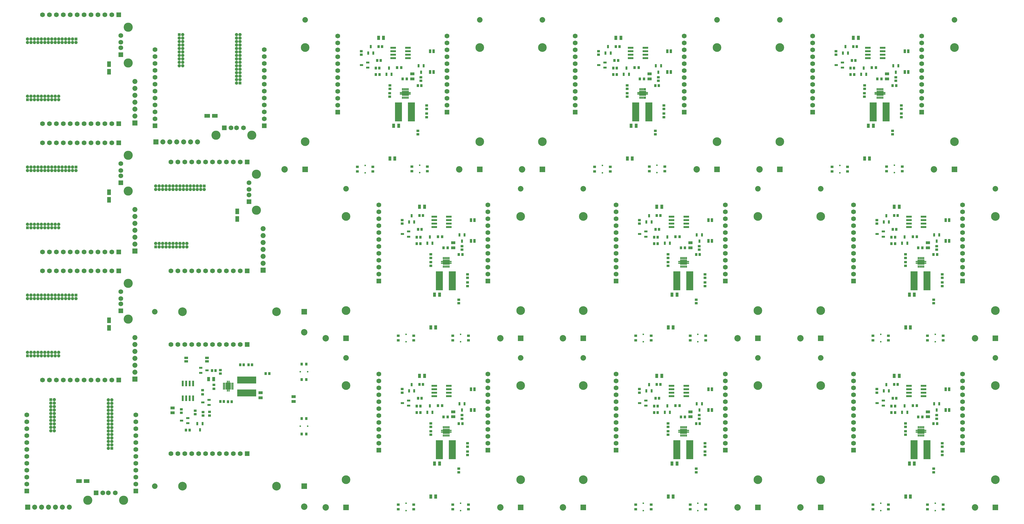
<source format=gbr>
G75*
G71*
%MOMM*%
%OFA0B0*%
%FSLAX53Y53*%
%IPPOS*%
%LPD*%
%ADD10R,2.14000X1.34000*%
%ADD11R,0.94000X1.04000*%
%ADD12R,1.19000X0.79000*%
%ADD14R,1.14000X0.84000*%
%ADD18C,1.24000*%
%ADD21R,2.64000X6.94000*%
%ADD24C,0.60000*%
%ADD27C,0.64000*%
%ADD33R,1.09000X1.54000*%
%ADD35C,2.36000*%
%ADD36R,2.04000X2.04000*%
%ADD37R,0.99000X1.54000*%
%ADD38C,3.18000*%
%ADD39R,0.79000X1.19000*%
%ADD40C,1.76000*%
%ADD43R,1.04000X0.94000*%
%ADD44R,1.76000X1.76000*%
%ADD46R,0.90000X1.41000*%
%ADD47R,1.54000X1.09000*%
%ADD54C,3.34000*%
%ADD57C,1.74000*%
%ADD62R,1.14000X1.14000*%
%ADD64C,1.84000*%
%ADD65R,1.74000X1.74000*%
%ADD67R,1.84000X1.84000*%
%ADD74R,2.14000X0.74000*%
%ADD75C,2.04000*%
%ADD85R,6.94000X2.64000*%
%ADD86R,0.74000X2.14000*%
%ADD87R,1.54000X0.99000*%
%ADD88R,1.41000X0.90000*%
%ADD89R,0.84000X1.14000*%
%ADD91R,1.34000X2.14000*%
X0000000Y0000000D02*
G75*
G01*
%LPD*%
D10*
X0024405Y0012380D03*
X0021605Y0012380D03*
D44*
X0002500Y0008760D03*
D40*
X0002500Y0011300D03*
X0002500Y0013840D03*
X0002500Y0016380D03*
X0002500Y0018920D03*
X0002500Y0021460D03*
X0002500Y0024000D03*
X0002500Y0026540D03*
X0002500Y0029080D03*
X0002500Y0031620D03*
X0002500Y0034160D03*
X0002500Y0036700D03*
D44*
X0042500Y0008760D03*
D40*
X0042500Y0011300D03*
X0042500Y0013840D03*
X0042500Y0016380D03*
X0042500Y0018920D03*
X0042500Y0021460D03*
X0042500Y0024000D03*
X0042500Y0026540D03*
X0042500Y0029080D03*
X0042500Y0031620D03*
X0042500Y0034160D03*
X0042500Y0036700D03*
D65*
X0027890Y0008032D03*
D57*
X0030390Y0008032D03*
X0032390Y0008032D03*
X0034890Y0008032D03*
D54*
X0024820Y0005332D03*
X0037960Y0005332D03*
D67*
X0002815Y0002855D03*
D64*
X0005355Y0002855D03*
X0007895Y0002855D03*
X0010435Y0002855D03*
X0012975Y0002855D03*
X0015515Y0002855D03*
X0018055Y0002855D03*
D62*
X0033650Y0024445D03*
D18*
X0033650Y0025715D03*
X0033650Y0026985D03*
X0033650Y0028255D03*
X0033650Y0029525D03*
X0033650Y0030795D03*
X0033650Y0032065D03*
X0033650Y0033335D03*
X0033650Y0034605D03*
X0033650Y0035875D03*
X0033650Y0037145D03*
X0033650Y0038415D03*
X0033650Y0039685D03*
X0033650Y0040955D03*
X0033650Y0042225D03*
X0032380Y0024445D03*
X0032380Y0025715D03*
X0032380Y0026985D03*
X0032380Y0028255D03*
X0032380Y0029525D03*
X0032380Y0030795D03*
X0032380Y0032065D03*
X0032380Y0033335D03*
X0032380Y0034605D03*
X0032380Y0035875D03*
X0032380Y0037145D03*
X0032380Y0038415D03*
X0032380Y0039685D03*
X0032380Y0040955D03*
X0032380Y0042225D03*
X0012620Y0030815D03*
X0012620Y0032085D03*
X0012620Y0033355D03*
X0012620Y0034625D03*
X0012620Y0035895D03*
X0012620Y0037165D03*
X0012620Y0038435D03*
X0012620Y0039705D03*
X0012620Y0040975D03*
X0012620Y0042245D03*
X0011350Y0030815D03*
X0011350Y0032085D03*
X0011350Y0033355D03*
X0011350Y0034625D03*
X0011350Y0035895D03*
X0011350Y0037165D03*
X0011350Y0038435D03*
X0011350Y0039705D03*
X0011350Y0040975D03*
D62*
X0011350Y0042245D03*
X0047000Y0000000D02*
G75*
G01*
%LPD*%
D36*
X0104230Y0010500D03*
D75*
X0049370Y0010500D03*
D38*
X0094070Y0010500D03*
X0059530Y0010500D03*
D35*
X0104230Y0003030D03*
D11*
X0070412Y0052978D03*
X0071712Y0052978D03*
D47*
X0088194Y0044826D03*
X0088194Y0042976D03*
D44*
X0083240Y0022500D03*
D40*
X0080700Y0022500D03*
X0078160Y0022500D03*
X0075620Y0022500D03*
X0073080Y0022500D03*
X0070540Y0022500D03*
X0068000Y0022500D03*
X0065460Y0022500D03*
X0062920Y0022500D03*
X0060380Y0022500D03*
X0057840Y0022500D03*
X0055300Y0022500D03*
D44*
X0083240Y0062500D03*
D40*
X0080700Y0062500D03*
X0078160Y0062500D03*
X0075620Y0062500D03*
X0073080Y0062500D03*
X0070540Y0062500D03*
X0068000Y0062500D03*
X0065460Y0062500D03*
X0062920Y0062500D03*
X0060380Y0062500D03*
X0057840Y0062500D03*
X0055300Y0062500D03*
D33*
X0071020Y0049775D03*
X0069170Y0049775D03*
D47*
X0055965Y0037419D03*
X0055965Y0039269D03*
D43*
X0071047Y0047739D03*
X0071047Y0046239D03*
X0066920Y0044246D03*
X0066920Y0045746D03*
D12*
X0061522Y0033609D03*
X0061522Y0035509D03*
X0059222Y0034559D03*
D87*
X0100260Y0043375D03*
X0100260Y0041625D03*
D12*
X0066243Y0053967D03*
X0066243Y0052067D03*
X0068543Y0053017D03*
G36*
X0075089Y0047949D02*
X0075173Y0047931D01*
X0075243Y0047877D01*
X0075278Y0047815D01*
X0075291Y0047739D01*
X0075278Y0047663D01*
X0075243Y0047601D01*
X0075172Y0047547D01*
X0075088Y0047529D01*
X0074426Y0047529D01*
X0074426Y0047949D01*
X0075089Y0047949D01*
G37*
G36*
X0075089Y0047449D02*
X0075173Y0047431D01*
X0075243Y0047377D01*
X0075278Y0047315D01*
X0075291Y0047239D01*
X0075278Y0047163D01*
X0075243Y0047101D01*
X0075172Y0047047D01*
X0075088Y0047029D01*
X0074426Y0047029D01*
X0074426Y0047449D01*
X0075089Y0047449D01*
G37*
G36*
X0075089Y0046949D02*
X0075173Y0046931D01*
X0075243Y0046877D01*
X0075278Y0046815D01*
X0075291Y0046739D01*
X0075278Y0046663D01*
X0075243Y0046601D01*
X0075172Y0046547D01*
X0075088Y0046529D01*
X0074426Y0046529D01*
X0074426Y0046949D01*
X0075089Y0046949D01*
G37*
G36*
X0075089Y0046449D02*
X0075173Y0046431D01*
X0075243Y0046377D01*
X0075278Y0046315D01*
X0075291Y0046239D01*
X0075278Y0046163D01*
X0075243Y0046101D01*
X0075172Y0046047D01*
X0075088Y0046029D01*
X0074426Y0046029D01*
X0074426Y0046449D01*
X0075089Y0046449D01*
G37*
G36*
X0077627Y0046029D02*
X0077543Y0046048D01*
X0077473Y0046102D01*
X0077438Y0046164D01*
X0077425Y0046239D01*
X0077438Y0046315D01*
X0077473Y0046377D01*
X0077544Y0046431D01*
X0077627Y0046449D01*
X0078290Y0046449D01*
X0078290Y0046029D01*
X0077627Y0046029D01*
G37*
G36*
X0077627Y0046529D02*
X0077543Y0046548D01*
X0077473Y0046602D01*
X0077438Y0046664D01*
X0077425Y0046739D01*
X0077438Y0046815D01*
X0077473Y0046877D01*
X0077544Y0046931D01*
X0077627Y0046949D01*
X0078290Y0046949D01*
X0078290Y0046529D01*
X0077627Y0046529D01*
G37*
G36*
X0077627Y0047029D02*
X0077543Y0047048D01*
X0077473Y0047102D01*
X0077438Y0047164D01*
X0077425Y0047239D01*
X0077438Y0047315D01*
X0077473Y0047377D01*
X0077544Y0047431D01*
X0077627Y0047449D01*
X0078290Y0047449D01*
X0078290Y0047029D01*
X0077627Y0047029D01*
G37*
G36*
X0077627Y0047529D02*
X0077543Y0047548D01*
X0077473Y0047602D01*
X0077438Y0047664D01*
X0077425Y0047739D01*
X0077438Y0047815D01*
X0077473Y0047877D01*
X0077544Y0047931D01*
X0077627Y0047949D01*
X0078290Y0047949D01*
X0078290Y0047529D01*
X0077627Y0047529D01*
G37*
G36*
X0077627Y0048029D02*
X0077543Y0048048D01*
X0077473Y0048102D01*
X0077438Y0048164D01*
X0077425Y0048239D01*
X0077438Y0048315D01*
X0077473Y0048377D01*
X0077544Y0048431D01*
X0077627Y0048449D01*
X0078290Y0048449D01*
X0078290Y0048029D01*
X0077627Y0048029D01*
G37*
D27*
X0075833Y0046489D03*
G36*
X0075438Y0048509D02*
X0075438Y0045969D01*
X0075843Y0045969D01*
X0075843Y0045269D01*
X0076263Y0045269D01*
X0076263Y0045969D01*
X0076403Y0045969D01*
X0076403Y0045269D01*
X0076823Y0045269D01*
X0076823Y0045969D01*
X0077228Y0045969D01*
X0077228Y0048509D01*
X0076823Y0048509D01*
X0076823Y0049209D01*
X0076403Y0049209D01*
X0076403Y0048509D01*
X0076263Y0048509D01*
X0076263Y0049209D01*
X0075843Y0049209D01*
X0075843Y0048509D01*
X0075438Y0048509D01*
G37*
G36*
X0075089Y0048449D02*
X0075173Y0048431D01*
X0075243Y0048377D01*
X0075278Y0048315D01*
X0075291Y0048239D01*
X0075278Y0048163D01*
X0075243Y0048101D01*
X0075172Y0048047D01*
X0075088Y0048029D01*
X0074426Y0048029D01*
X0074426Y0048449D01*
X0075089Y0048449D01*
G37*
D27*
X0076833Y0046489D03*
X0075833Y0047989D03*
X0076333Y0047239D03*
X0076833Y0047989D03*
D86*
X0063427Y0048216D03*
X0062157Y0048216D03*
X0060887Y0048216D03*
X0059617Y0048216D03*
X0059617Y0042816D03*
X0060887Y0042816D03*
X0062157Y0042816D03*
X0063427Y0042816D03*
D85*
X0083114Y0044723D03*
X0083114Y0049485D03*
D12*
X0069337Y0040319D03*
X0069337Y0042219D03*
X0067037Y0041269D03*
D11*
X0083749Y0055043D03*
X0085049Y0055043D03*
X0080732Y0055043D03*
X0082032Y0055043D03*
D43*
X0064236Y0036928D03*
X0064236Y0038228D03*
X0059140Y0037419D03*
X0059140Y0038719D03*
X0069445Y0037752D03*
X0069445Y0036452D03*
D11*
X0090070Y0051867D03*
X0091370Y0051867D03*
D43*
X0073485Y0053150D03*
X0073485Y0051850D03*
D89*
X0103229Y0049650D03*
X0104929Y0049650D03*
X0103229Y0055350D03*
X0104929Y0055350D03*
D24*
X0102729Y0052500D03*
X0105429Y0052500D03*
D89*
X0103277Y0029650D03*
X0104977Y0029650D03*
X0103277Y0035350D03*
X0104977Y0035350D03*
D24*
X0102777Y0032500D03*
X0105477Y0032500D03*
D39*
X0066920Y0033450D03*
X0065020Y0033450D03*
X0065970Y0031150D03*
D11*
X0062157Y0031069D03*
X0060857Y0031069D03*
D43*
X0067078Y0037737D03*
X0067078Y0036437D03*
D88*
X0068507Y0056313D03*
X0068507Y0057583D03*
X0060887Y0057583D03*
X0060887Y0056313D03*
D11*
X0076286Y0041547D03*
X0077586Y0041547D03*
X0074714Y0041563D03*
X0073414Y0041563D03*
D36*
X0104230Y0074500D03*
D75*
X0049370Y0074500D03*
D38*
X0094070Y0074500D03*
X0059530Y0074500D03*
D35*
X0104230Y0067030D03*
X0000000Y0047000D02*
G75*
G01*
%LPD*%
D91*
X0032620Y0071405D03*
X0032620Y0068605D03*
D44*
X0036240Y0049500D03*
D40*
X0033700Y0049500D03*
X0031160Y0049500D03*
X0028620Y0049500D03*
X0026080Y0049500D03*
X0023540Y0049500D03*
X0021000Y0049500D03*
X0018460Y0049500D03*
X0015920Y0049500D03*
X0013380Y0049500D03*
X0010840Y0049500D03*
X0008300Y0049500D03*
D44*
X0036240Y0089500D03*
D40*
X0033700Y0089500D03*
X0031160Y0089500D03*
X0028620Y0089500D03*
X0026080Y0089500D03*
X0023540Y0089500D03*
X0021000Y0089500D03*
X0018460Y0089500D03*
X0015920Y0089500D03*
X0013380Y0089500D03*
X0010840Y0089500D03*
X0008300Y0089500D03*
D65*
X0036968Y0074890D03*
D57*
X0036968Y0077390D03*
X0036968Y0079390D03*
X0036968Y0081890D03*
D54*
X0039668Y0071820D03*
X0039668Y0084960D03*
D67*
X0042145Y0049815D03*
D64*
X0042145Y0052355D03*
X0042145Y0054895D03*
X0042145Y0057435D03*
X0042145Y0059975D03*
X0042145Y0062515D03*
X0042145Y0065055D03*
D62*
X0020555Y0080650D03*
D18*
X0019285Y0080650D03*
X0018015Y0080650D03*
X0016745Y0080650D03*
X0015475Y0080650D03*
X0014205Y0080650D03*
X0012935Y0080650D03*
X0011665Y0080650D03*
X0010395Y0080650D03*
X0009125Y0080650D03*
X0007855Y0080650D03*
X0006585Y0080650D03*
X0005315Y0080650D03*
X0004045Y0080650D03*
X0002775Y0080650D03*
X0020555Y0079380D03*
X0019285Y0079380D03*
X0018015Y0079380D03*
X0016745Y0079380D03*
X0015475Y0079380D03*
X0014205Y0079380D03*
X0012935Y0079380D03*
X0011665Y0079380D03*
X0010395Y0079380D03*
X0009125Y0079380D03*
X0007855Y0079380D03*
X0006585Y0079380D03*
X0005315Y0079380D03*
X0004045Y0079380D03*
X0002775Y0079380D03*
X0014185Y0059620D03*
X0012915Y0059620D03*
X0011645Y0059620D03*
X0010375Y0059620D03*
X0009105Y0059620D03*
X0007835Y0059620D03*
X0006565Y0059620D03*
X0005295Y0059620D03*
X0004025Y0059620D03*
X0002755Y0059620D03*
X0014185Y0058350D03*
X0012915Y0058350D03*
X0011645Y0058350D03*
X0010375Y0058350D03*
X0009105Y0058350D03*
X0007835Y0058350D03*
X0006565Y0058350D03*
X0005295Y0058350D03*
X0004025Y0058350D03*
D62*
X0002755Y0058350D03*
X0109000Y0000000D02*
G75*
G01*
%LPD*%
D36*
X0119500Y0002770D03*
D75*
X0119500Y0057630D03*
D38*
X0119500Y0012930D03*
X0119500Y0047470D03*
D35*
X0112030Y0002770D03*
D43*
X0161978Y0036588D03*
X0161978Y0035288D03*
D33*
X0153826Y0018806D03*
X0151976Y0018806D03*
D44*
X0131500Y0023760D03*
D40*
X0131500Y0026300D03*
X0131500Y0028840D03*
X0131500Y0031380D03*
X0131500Y0033920D03*
X0131500Y0036460D03*
X0131500Y0039000D03*
X0131500Y0041540D03*
X0131500Y0044080D03*
X0131500Y0046620D03*
X0131500Y0049160D03*
X0131500Y0051700D03*
D44*
X0171500Y0023760D03*
D40*
X0171500Y0026300D03*
X0171500Y0028840D03*
X0171500Y0031380D03*
X0171500Y0033920D03*
X0171500Y0036460D03*
X0171500Y0039000D03*
X0171500Y0041540D03*
X0171500Y0044080D03*
X0171500Y0046620D03*
X0171500Y0049160D03*
X0171500Y0051700D03*
D47*
X0158775Y0035980D03*
X0158775Y0037830D03*
D33*
X0146419Y0051035D03*
X0148269Y0051035D03*
D11*
X0156739Y0035953D03*
X0155239Y0035953D03*
X0153246Y0040080D03*
X0154746Y0040080D03*
D39*
X0142609Y0045478D03*
X0144509Y0045478D03*
X0143559Y0047778D03*
D37*
X0152375Y0006740D03*
X0150625Y0006740D03*
D39*
X0162967Y0040757D03*
X0161067Y0040757D03*
X0162017Y0038457D03*
G36*
X0156949Y0031911D02*
X0156931Y0031827D01*
X0156877Y0031757D01*
X0156815Y0031722D01*
X0156739Y0031709D01*
X0156663Y0031722D01*
X0156601Y0031757D01*
X0156547Y0031828D01*
X0156529Y0031912D01*
X0156529Y0032574D01*
X0156949Y0032574D01*
X0156949Y0031911D01*
G37*
G36*
X0156449Y0031911D02*
X0156431Y0031827D01*
X0156377Y0031757D01*
X0156315Y0031722D01*
X0156239Y0031709D01*
X0156163Y0031722D01*
X0156101Y0031757D01*
X0156047Y0031828D01*
X0156029Y0031912D01*
X0156029Y0032574D01*
X0156449Y0032574D01*
X0156449Y0031911D01*
G37*
G36*
X0155949Y0031911D02*
X0155931Y0031827D01*
X0155877Y0031757D01*
X0155815Y0031722D01*
X0155739Y0031709D01*
X0155663Y0031722D01*
X0155601Y0031757D01*
X0155547Y0031828D01*
X0155529Y0031912D01*
X0155529Y0032574D01*
X0155949Y0032574D01*
X0155949Y0031911D01*
G37*
G36*
X0155449Y0031911D02*
X0155431Y0031827D01*
X0155377Y0031757D01*
X0155315Y0031722D01*
X0155239Y0031709D01*
X0155163Y0031722D01*
X0155101Y0031757D01*
X0155047Y0031828D01*
X0155029Y0031912D01*
X0155029Y0032574D01*
X0155449Y0032574D01*
X0155449Y0031911D01*
G37*
G36*
X0155029Y0029373D02*
X0155048Y0029457D01*
X0155102Y0029527D01*
X0155164Y0029562D01*
X0155239Y0029575D01*
X0155315Y0029562D01*
X0155377Y0029527D01*
X0155431Y0029456D01*
X0155449Y0029373D01*
X0155449Y0028710D01*
X0155029Y0028710D01*
X0155029Y0029373D01*
G37*
G36*
X0155529Y0029373D02*
X0155548Y0029457D01*
X0155602Y0029527D01*
X0155664Y0029562D01*
X0155739Y0029575D01*
X0155815Y0029562D01*
X0155877Y0029527D01*
X0155931Y0029456D01*
X0155949Y0029373D01*
X0155949Y0028710D01*
X0155529Y0028710D01*
X0155529Y0029373D01*
G37*
G36*
X0156029Y0029373D02*
X0156048Y0029457D01*
X0156102Y0029527D01*
X0156164Y0029562D01*
X0156239Y0029575D01*
X0156315Y0029562D01*
X0156377Y0029527D01*
X0156431Y0029456D01*
X0156449Y0029373D01*
X0156449Y0028710D01*
X0156029Y0028710D01*
X0156029Y0029373D01*
G37*
G36*
X0156529Y0029373D02*
X0156548Y0029457D01*
X0156602Y0029527D01*
X0156664Y0029562D01*
X0156739Y0029575D01*
X0156815Y0029562D01*
X0156877Y0029527D01*
X0156931Y0029456D01*
X0156949Y0029373D01*
X0156949Y0028710D01*
X0156529Y0028710D01*
X0156529Y0029373D01*
G37*
G36*
X0157029Y0029373D02*
X0157048Y0029457D01*
X0157102Y0029527D01*
X0157164Y0029562D01*
X0157239Y0029575D01*
X0157315Y0029562D01*
X0157377Y0029527D01*
X0157431Y0029456D01*
X0157449Y0029373D01*
X0157449Y0028710D01*
X0157029Y0028710D01*
X0157029Y0029373D01*
G37*
D27*
X0155489Y0031167D03*
G36*
X0157509Y0031562D02*
X0154969Y0031562D01*
X0154969Y0031157D01*
X0154269Y0031157D01*
X0154269Y0030737D01*
X0154969Y0030737D01*
X0154969Y0030597D01*
X0154269Y0030597D01*
X0154269Y0030177D01*
X0154969Y0030177D01*
X0154969Y0029772D01*
X0157509Y0029772D01*
X0157509Y0030177D01*
X0158209Y0030177D01*
X0158209Y0030597D01*
X0157509Y0030597D01*
X0157509Y0030737D01*
X0158209Y0030737D01*
X0158209Y0031157D01*
X0157509Y0031157D01*
X0157509Y0031562D01*
G37*
G36*
X0157449Y0031911D02*
X0157431Y0031827D01*
X0157377Y0031757D01*
X0157315Y0031722D01*
X0157239Y0031709D01*
X0157163Y0031722D01*
X0157101Y0031757D01*
X0157047Y0031828D01*
X0157029Y0031912D01*
X0157029Y0032574D01*
X0157449Y0032574D01*
X0157449Y0031911D01*
G37*
D27*
X0155489Y0030167D03*
X0156989Y0031167D03*
X0156239Y0030667D03*
X0156989Y0030167D03*
D74*
X0157216Y0043573D03*
X0157216Y0044843D03*
X0157216Y0046113D03*
X0157216Y0047383D03*
X0151816Y0047383D03*
X0151816Y0046113D03*
X0151816Y0044843D03*
X0151816Y0043573D03*
D21*
X0153723Y0023886D03*
X0158485Y0023886D03*
D39*
X0149319Y0037663D03*
X0151219Y0037663D03*
X0150269Y0039963D03*
D43*
X0164043Y0023251D03*
X0164043Y0021951D03*
X0164043Y0026268D03*
X0164043Y0024968D03*
D11*
X0145928Y0042764D03*
X0147228Y0042764D03*
X0146419Y0047860D03*
X0147719Y0047860D03*
X0146752Y0037555D03*
X0145452Y0037555D03*
D43*
X0160867Y0016930D03*
X0160867Y0015630D03*
D11*
X0162150Y0033515D03*
X0160850Y0033515D03*
D14*
X0158650Y0003771D03*
X0158650Y0002071D03*
X0164350Y0003771D03*
X0164350Y0002071D03*
D24*
X0161500Y0004271D03*
X0161500Y0001571D03*
D14*
X0138650Y0003723D03*
X0138650Y0002023D03*
X0144350Y0003723D03*
X0144350Y0002023D03*
D24*
X0141500Y0004223D03*
X0141500Y0001523D03*
D12*
X0142450Y0040080D03*
X0142450Y0041980D03*
X0140150Y0041030D03*
D43*
X0140069Y0044843D03*
X0140069Y0046143D03*
D11*
X0146737Y0039922D03*
X0145437Y0039922D03*
D46*
X0165313Y0038493D03*
X0166583Y0038493D03*
X0166583Y0046113D03*
X0165313Y0046113D03*
D43*
X0150547Y0030714D03*
X0150547Y0029414D03*
X0150563Y0032286D03*
X0150563Y0033586D03*
D36*
X0183500Y0002770D03*
D75*
X0183500Y0057630D03*
D38*
X0183500Y0012930D03*
X0183500Y0047470D03*
D35*
X0176030Y0002770D03*
X0047000Y0087000D02*
G75*
G01*
%LPD*%
D91*
X0079620Y0111405D03*
X0079620Y0108605D03*
D44*
X0083240Y0089500D03*
D40*
X0080700Y0089500D03*
X0078160Y0089500D03*
X0075620Y0089500D03*
X0073080Y0089500D03*
X0070540Y0089500D03*
X0068000Y0089500D03*
X0065460Y0089500D03*
X0062920Y0089500D03*
X0060380Y0089500D03*
X0057840Y0089500D03*
X0055300Y0089500D03*
D44*
X0083240Y0129500D03*
D40*
X0080700Y0129500D03*
X0078160Y0129500D03*
X0075620Y0129500D03*
X0073080Y0129500D03*
X0070540Y0129500D03*
X0068000Y0129500D03*
X0065460Y0129500D03*
X0062920Y0129500D03*
X0060380Y0129500D03*
X0057840Y0129500D03*
X0055300Y0129500D03*
D65*
X0083968Y0114890D03*
D57*
X0083968Y0117390D03*
X0083968Y0119390D03*
X0083968Y0121890D03*
D54*
X0086668Y0111820D03*
X0086668Y0124960D03*
D67*
X0089145Y0089815D03*
D64*
X0089145Y0092355D03*
X0089145Y0094895D03*
X0089145Y0097435D03*
X0089145Y0099975D03*
X0089145Y0102515D03*
X0089145Y0105055D03*
D62*
X0067555Y0120650D03*
D18*
X0066285Y0120650D03*
X0065015Y0120650D03*
X0063745Y0120650D03*
X0062475Y0120650D03*
X0061205Y0120650D03*
X0059935Y0120650D03*
X0058665Y0120650D03*
X0057395Y0120650D03*
X0056125Y0120650D03*
X0054855Y0120650D03*
X0053585Y0120650D03*
X0052315Y0120650D03*
X0051045Y0120650D03*
X0049775Y0120650D03*
X0067555Y0119380D03*
X0066285Y0119380D03*
X0065015Y0119380D03*
X0063745Y0119380D03*
X0062475Y0119380D03*
X0061205Y0119380D03*
X0059935Y0119380D03*
X0058665Y0119380D03*
X0057395Y0119380D03*
X0056125Y0119380D03*
X0054855Y0119380D03*
X0053585Y0119380D03*
X0052315Y0119380D03*
X0051045Y0119380D03*
X0049775Y0119380D03*
X0061185Y0099620D03*
X0059915Y0099620D03*
X0058645Y0099620D03*
X0057375Y0099620D03*
X0056105Y0099620D03*
X0054835Y0099620D03*
X0053565Y0099620D03*
X0052295Y0099620D03*
X0051025Y0099620D03*
X0049755Y0099620D03*
X0061185Y0098350D03*
X0059915Y0098350D03*
X0058645Y0098350D03*
X0057375Y0098350D03*
X0056105Y0098350D03*
X0054835Y0098350D03*
X0053565Y0098350D03*
X0052295Y0098350D03*
X0051025Y0098350D03*
D62*
X0049755Y0098350D03*
X0109000Y0062000D02*
G75*
G01*
%LPD*%
D36*
X0119500Y0064770D03*
D75*
X0119500Y0119630D03*
D38*
X0119500Y0074930D03*
X0119500Y0109470D03*
D35*
X0112030Y0064770D03*
D43*
X0161978Y0098588D03*
X0161978Y0097288D03*
D33*
X0153826Y0080806D03*
X0151976Y0080806D03*
D44*
X0131500Y0085760D03*
D40*
X0131500Y0088300D03*
X0131500Y0090840D03*
X0131500Y0093380D03*
X0131500Y0095920D03*
X0131500Y0098460D03*
X0131500Y0101000D03*
X0131500Y0103540D03*
X0131500Y0106080D03*
X0131500Y0108620D03*
X0131500Y0111160D03*
X0131500Y0113700D03*
D44*
X0171500Y0085760D03*
D40*
X0171500Y0088300D03*
X0171500Y0090840D03*
X0171500Y0093380D03*
X0171500Y0095920D03*
X0171500Y0098460D03*
X0171500Y0101000D03*
X0171500Y0103540D03*
X0171500Y0106080D03*
X0171500Y0108620D03*
X0171500Y0111160D03*
X0171500Y0113700D03*
D47*
X0158775Y0097980D03*
X0158775Y0099830D03*
D33*
X0146419Y0113035D03*
X0148269Y0113035D03*
D11*
X0156739Y0097953D03*
X0155239Y0097953D03*
X0153246Y0102080D03*
X0154746Y0102080D03*
D39*
X0142609Y0107478D03*
X0144509Y0107478D03*
X0143559Y0109778D03*
D37*
X0152375Y0068740D03*
X0150625Y0068740D03*
D39*
X0162967Y0102757D03*
X0161067Y0102757D03*
X0162017Y0100457D03*
G36*
X0156949Y0093911D02*
X0156931Y0093827D01*
X0156877Y0093757D01*
X0156815Y0093722D01*
X0156739Y0093709D01*
X0156663Y0093722D01*
X0156601Y0093757D01*
X0156547Y0093828D01*
X0156529Y0093912D01*
X0156529Y0094574D01*
X0156949Y0094574D01*
X0156949Y0093911D01*
G37*
G36*
X0156449Y0093911D02*
X0156431Y0093827D01*
X0156377Y0093757D01*
X0156315Y0093722D01*
X0156239Y0093709D01*
X0156163Y0093722D01*
X0156101Y0093757D01*
X0156047Y0093828D01*
X0156029Y0093912D01*
X0156029Y0094574D01*
X0156449Y0094574D01*
X0156449Y0093911D01*
G37*
G36*
X0155949Y0093911D02*
X0155931Y0093827D01*
X0155877Y0093757D01*
X0155815Y0093722D01*
X0155739Y0093709D01*
X0155663Y0093722D01*
X0155601Y0093757D01*
X0155547Y0093828D01*
X0155529Y0093912D01*
X0155529Y0094574D01*
X0155949Y0094574D01*
X0155949Y0093911D01*
G37*
G36*
X0155449Y0093911D02*
X0155431Y0093827D01*
X0155377Y0093757D01*
X0155315Y0093722D01*
X0155239Y0093709D01*
X0155163Y0093722D01*
X0155101Y0093757D01*
X0155047Y0093828D01*
X0155029Y0093912D01*
X0155029Y0094574D01*
X0155449Y0094574D01*
X0155449Y0093911D01*
G37*
G36*
X0155029Y0091373D02*
X0155048Y0091457D01*
X0155102Y0091527D01*
X0155164Y0091562D01*
X0155239Y0091575D01*
X0155315Y0091562D01*
X0155377Y0091527D01*
X0155431Y0091456D01*
X0155449Y0091373D01*
X0155449Y0090710D01*
X0155029Y0090710D01*
X0155029Y0091373D01*
G37*
G36*
X0155529Y0091373D02*
X0155548Y0091457D01*
X0155602Y0091527D01*
X0155664Y0091562D01*
X0155739Y0091575D01*
X0155815Y0091562D01*
X0155877Y0091527D01*
X0155931Y0091456D01*
X0155949Y0091373D01*
X0155949Y0090710D01*
X0155529Y0090710D01*
X0155529Y0091373D01*
G37*
G36*
X0156029Y0091373D02*
X0156048Y0091457D01*
X0156102Y0091527D01*
X0156164Y0091562D01*
X0156239Y0091575D01*
X0156315Y0091562D01*
X0156377Y0091527D01*
X0156431Y0091456D01*
X0156449Y0091373D01*
X0156449Y0090710D01*
X0156029Y0090710D01*
X0156029Y0091373D01*
G37*
G36*
X0156529Y0091373D02*
X0156548Y0091457D01*
X0156602Y0091527D01*
X0156664Y0091562D01*
X0156739Y0091575D01*
X0156815Y0091562D01*
X0156877Y0091527D01*
X0156931Y0091456D01*
X0156949Y0091373D01*
X0156949Y0090710D01*
X0156529Y0090710D01*
X0156529Y0091373D01*
G37*
G36*
X0157029Y0091373D02*
X0157048Y0091457D01*
X0157102Y0091527D01*
X0157164Y0091562D01*
X0157239Y0091575D01*
X0157315Y0091562D01*
X0157377Y0091527D01*
X0157431Y0091456D01*
X0157449Y0091373D01*
X0157449Y0090710D01*
X0157029Y0090710D01*
X0157029Y0091373D01*
G37*
D27*
X0155489Y0093167D03*
G36*
X0157509Y0093562D02*
X0154969Y0093562D01*
X0154969Y0093157D01*
X0154269Y0093157D01*
X0154269Y0092737D01*
X0154969Y0092737D01*
X0154969Y0092597D01*
X0154269Y0092597D01*
X0154269Y0092177D01*
X0154969Y0092177D01*
X0154969Y0091772D01*
X0157509Y0091772D01*
X0157509Y0092177D01*
X0158209Y0092177D01*
X0158209Y0092597D01*
X0157509Y0092597D01*
X0157509Y0092737D01*
X0158209Y0092737D01*
X0158209Y0093157D01*
X0157509Y0093157D01*
X0157509Y0093562D01*
G37*
G36*
X0157449Y0093911D02*
X0157431Y0093827D01*
X0157377Y0093757D01*
X0157315Y0093722D01*
X0157239Y0093709D01*
X0157163Y0093722D01*
X0157101Y0093757D01*
X0157047Y0093828D01*
X0157029Y0093912D01*
X0157029Y0094574D01*
X0157449Y0094574D01*
X0157449Y0093911D01*
G37*
D27*
X0155489Y0092167D03*
X0156989Y0093167D03*
X0156239Y0092667D03*
X0156989Y0092167D03*
D74*
X0157216Y0105573D03*
X0157216Y0106843D03*
X0157216Y0108113D03*
X0157216Y0109383D03*
X0151816Y0109383D03*
X0151816Y0108113D03*
X0151816Y0106843D03*
X0151816Y0105573D03*
D21*
X0153723Y0085886D03*
X0158485Y0085886D03*
D39*
X0149319Y0099663D03*
X0151219Y0099663D03*
X0150269Y0101963D03*
D43*
X0164043Y0085251D03*
X0164043Y0083951D03*
X0164043Y0088268D03*
X0164043Y0086968D03*
D11*
X0145928Y0104764D03*
X0147228Y0104764D03*
X0146419Y0109860D03*
X0147719Y0109860D03*
X0146752Y0099555D03*
X0145452Y0099555D03*
D43*
X0160867Y0078930D03*
X0160867Y0077630D03*
D11*
X0162150Y0095515D03*
X0160850Y0095515D03*
D14*
X0158650Y0065771D03*
X0158650Y0064071D03*
X0164350Y0065771D03*
X0164350Y0064071D03*
D24*
X0161500Y0066271D03*
X0161500Y0063571D03*
D14*
X0138650Y0065723D03*
X0138650Y0064023D03*
X0144350Y0065723D03*
X0144350Y0064023D03*
D24*
X0141500Y0066223D03*
X0141500Y0063523D03*
D12*
X0142450Y0102080D03*
X0142450Y0103980D03*
X0140150Y0103030D03*
D43*
X0140069Y0106843D03*
X0140069Y0108143D03*
D11*
X0146737Y0101922D03*
X0145437Y0101922D03*
D46*
X0165313Y0100493D03*
X0166583Y0100493D03*
X0166583Y0108113D03*
X0165313Y0108113D03*
D43*
X0150547Y0092714D03*
X0150547Y0091414D03*
X0150563Y0094286D03*
X0150563Y0095586D03*
D36*
X0183500Y0064770D03*
D75*
X0183500Y0119630D03*
D38*
X0183500Y0074930D03*
X0183500Y0109470D03*
D35*
X0176030Y0064770D03*
X0094000Y0124000D02*
G75*
G01*
%LPD*%
D36*
X0104500Y0126770D03*
D75*
X0104500Y0181630D03*
D38*
X0104500Y0136930D03*
X0104500Y0171470D03*
D35*
X0097030Y0126770D03*
D43*
X0146978Y0160588D03*
X0146978Y0159288D03*
D33*
X0138826Y0142806D03*
X0136976Y0142806D03*
D44*
X0116500Y0147760D03*
D40*
X0116500Y0150300D03*
X0116500Y0152840D03*
X0116500Y0155380D03*
X0116500Y0157920D03*
X0116500Y0160460D03*
X0116500Y0163000D03*
X0116500Y0165540D03*
X0116500Y0168080D03*
X0116500Y0170620D03*
X0116500Y0173160D03*
X0116500Y0175700D03*
D44*
X0156500Y0147760D03*
D40*
X0156500Y0150300D03*
X0156500Y0152840D03*
X0156500Y0155380D03*
X0156500Y0157920D03*
X0156500Y0160460D03*
X0156500Y0163000D03*
X0156500Y0165540D03*
X0156500Y0168080D03*
X0156500Y0170620D03*
X0156500Y0173160D03*
X0156500Y0175700D03*
D47*
X0143775Y0159980D03*
X0143775Y0161830D03*
D33*
X0131419Y0175035D03*
X0133269Y0175035D03*
D11*
X0141739Y0159953D03*
X0140239Y0159953D03*
X0138246Y0164080D03*
X0139746Y0164080D03*
D39*
X0127609Y0169478D03*
X0129509Y0169478D03*
X0128559Y0171778D03*
D37*
X0137375Y0130740D03*
X0135625Y0130740D03*
D39*
X0147967Y0164757D03*
X0146067Y0164757D03*
X0147017Y0162457D03*
G36*
X0141949Y0155911D02*
X0141931Y0155827D01*
X0141877Y0155757D01*
X0141815Y0155722D01*
X0141739Y0155709D01*
X0141663Y0155722D01*
X0141601Y0155757D01*
X0141547Y0155828D01*
X0141529Y0155912D01*
X0141529Y0156574D01*
X0141949Y0156574D01*
X0141949Y0155911D01*
G37*
G36*
X0141449Y0155911D02*
X0141431Y0155827D01*
X0141377Y0155757D01*
X0141315Y0155722D01*
X0141239Y0155709D01*
X0141163Y0155722D01*
X0141101Y0155757D01*
X0141047Y0155828D01*
X0141029Y0155912D01*
X0141029Y0156574D01*
X0141449Y0156574D01*
X0141449Y0155911D01*
G37*
G36*
X0140949Y0155911D02*
X0140931Y0155827D01*
X0140877Y0155757D01*
X0140815Y0155722D01*
X0140739Y0155709D01*
X0140663Y0155722D01*
X0140601Y0155757D01*
X0140547Y0155828D01*
X0140529Y0155912D01*
X0140529Y0156574D01*
X0140949Y0156574D01*
X0140949Y0155911D01*
G37*
G36*
X0140449Y0155911D02*
X0140431Y0155827D01*
X0140377Y0155757D01*
X0140315Y0155722D01*
X0140239Y0155709D01*
X0140163Y0155722D01*
X0140101Y0155757D01*
X0140047Y0155828D01*
X0140029Y0155912D01*
X0140029Y0156574D01*
X0140449Y0156574D01*
X0140449Y0155911D01*
G37*
G36*
X0140029Y0153373D02*
X0140048Y0153457D01*
X0140102Y0153527D01*
X0140164Y0153562D01*
X0140239Y0153575D01*
X0140315Y0153562D01*
X0140377Y0153527D01*
X0140431Y0153456D01*
X0140449Y0153373D01*
X0140449Y0152710D01*
X0140029Y0152710D01*
X0140029Y0153373D01*
G37*
G36*
X0140529Y0153373D02*
X0140548Y0153457D01*
X0140602Y0153527D01*
X0140664Y0153562D01*
X0140739Y0153575D01*
X0140815Y0153562D01*
X0140877Y0153527D01*
X0140931Y0153456D01*
X0140949Y0153373D01*
X0140949Y0152710D01*
X0140529Y0152710D01*
X0140529Y0153373D01*
G37*
G36*
X0141029Y0153373D02*
X0141048Y0153457D01*
X0141102Y0153527D01*
X0141164Y0153562D01*
X0141239Y0153575D01*
X0141315Y0153562D01*
X0141377Y0153527D01*
X0141431Y0153456D01*
X0141449Y0153373D01*
X0141449Y0152710D01*
X0141029Y0152710D01*
X0141029Y0153373D01*
G37*
G36*
X0141529Y0153373D02*
X0141548Y0153457D01*
X0141602Y0153527D01*
X0141664Y0153562D01*
X0141739Y0153575D01*
X0141815Y0153562D01*
X0141877Y0153527D01*
X0141931Y0153456D01*
X0141949Y0153373D01*
X0141949Y0152710D01*
X0141529Y0152710D01*
X0141529Y0153373D01*
G37*
G36*
X0142029Y0153373D02*
X0142048Y0153457D01*
X0142102Y0153527D01*
X0142164Y0153562D01*
X0142239Y0153575D01*
X0142315Y0153562D01*
X0142377Y0153527D01*
X0142431Y0153456D01*
X0142449Y0153373D01*
X0142449Y0152710D01*
X0142029Y0152710D01*
X0142029Y0153373D01*
G37*
D27*
X0140489Y0155167D03*
G36*
X0142509Y0155562D02*
X0139969Y0155562D01*
X0139969Y0155157D01*
X0139269Y0155157D01*
X0139269Y0154737D01*
X0139969Y0154737D01*
X0139969Y0154597D01*
X0139269Y0154597D01*
X0139269Y0154177D01*
X0139969Y0154177D01*
X0139969Y0153772D01*
X0142509Y0153772D01*
X0142509Y0154177D01*
X0143209Y0154177D01*
X0143209Y0154597D01*
X0142509Y0154597D01*
X0142509Y0154737D01*
X0143209Y0154737D01*
X0143209Y0155157D01*
X0142509Y0155157D01*
X0142509Y0155562D01*
G37*
G36*
X0142449Y0155911D02*
X0142431Y0155827D01*
X0142377Y0155757D01*
X0142315Y0155722D01*
X0142239Y0155709D01*
X0142163Y0155722D01*
X0142101Y0155757D01*
X0142047Y0155828D01*
X0142029Y0155912D01*
X0142029Y0156574D01*
X0142449Y0156574D01*
X0142449Y0155911D01*
G37*
D27*
X0140489Y0154167D03*
X0141989Y0155167D03*
X0141239Y0154667D03*
X0141989Y0154167D03*
D74*
X0142216Y0167573D03*
X0142216Y0168843D03*
X0142216Y0170113D03*
X0142216Y0171383D03*
X0136816Y0171383D03*
X0136816Y0170113D03*
X0136816Y0168843D03*
X0136816Y0167573D03*
D21*
X0138723Y0147886D03*
X0143485Y0147886D03*
D39*
X0134319Y0161663D03*
X0136219Y0161663D03*
X0135269Y0163963D03*
D43*
X0149043Y0147251D03*
X0149043Y0145951D03*
X0149043Y0150268D03*
X0149043Y0148968D03*
D11*
X0130928Y0166764D03*
X0132228Y0166764D03*
X0131419Y0171860D03*
X0132719Y0171860D03*
X0131752Y0161555D03*
X0130452Y0161555D03*
D43*
X0145867Y0140930D03*
X0145867Y0139630D03*
D11*
X0147150Y0157515D03*
X0145850Y0157515D03*
D14*
X0143650Y0127771D03*
X0143650Y0126071D03*
X0149350Y0127771D03*
X0149350Y0126071D03*
D24*
X0146500Y0128271D03*
X0146500Y0125571D03*
D14*
X0123650Y0127723D03*
X0123650Y0126023D03*
X0129350Y0127723D03*
X0129350Y0126023D03*
D24*
X0126500Y0128223D03*
X0126500Y0125523D03*
D12*
X0127450Y0164080D03*
X0127450Y0165980D03*
X0125150Y0165030D03*
D43*
X0125069Y0168843D03*
X0125069Y0170143D03*
D11*
X0131737Y0163922D03*
X0130437Y0163922D03*
D46*
X0150313Y0162493D03*
X0151583Y0162493D03*
X0151583Y0170113D03*
X0150313Y0170113D03*
D43*
X0135547Y0154714D03*
X0135547Y0153414D03*
X0135563Y0156286D03*
X0135563Y0157586D03*
D36*
X0168500Y0126770D03*
D75*
X0168500Y0181630D03*
D38*
X0168500Y0136930D03*
X0168500Y0171470D03*
D35*
X0161030Y0126770D03*
X0047000Y0134000D02*
G75*
G01*
%LPD*%
D10*
X0071405Y0146380D03*
X0068605Y0146380D03*
D44*
X0049500Y0142760D03*
D40*
X0049500Y0145300D03*
X0049500Y0147840D03*
X0049500Y0150380D03*
X0049500Y0152920D03*
X0049500Y0155460D03*
X0049500Y0158000D03*
X0049500Y0160540D03*
X0049500Y0163080D03*
X0049500Y0165620D03*
X0049500Y0168160D03*
X0049500Y0170700D03*
D44*
X0089500Y0142760D03*
D40*
X0089500Y0145300D03*
X0089500Y0147840D03*
X0089500Y0150380D03*
X0089500Y0152920D03*
X0089500Y0155460D03*
X0089500Y0158000D03*
X0089500Y0160540D03*
X0089500Y0163080D03*
X0089500Y0165620D03*
X0089500Y0168160D03*
X0089500Y0170700D03*
D65*
X0074890Y0142032D03*
D57*
X0077390Y0142032D03*
X0079390Y0142032D03*
X0081890Y0142032D03*
D54*
X0071820Y0139332D03*
X0084960Y0139332D03*
D67*
X0049815Y0136855D03*
D64*
X0052355Y0136855D03*
X0054895Y0136855D03*
X0057435Y0136855D03*
X0059975Y0136855D03*
X0062515Y0136855D03*
X0065055Y0136855D03*
D62*
X0080650Y0158445D03*
D18*
X0080650Y0159715D03*
X0080650Y0160985D03*
X0080650Y0162255D03*
X0080650Y0163525D03*
X0080650Y0164795D03*
X0080650Y0166065D03*
X0080650Y0167335D03*
X0080650Y0168605D03*
X0080650Y0169875D03*
X0080650Y0171145D03*
X0080650Y0172415D03*
X0080650Y0173685D03*
X0080650Y0174955D03*
X0080650Y0176225D03*
X0079380Y0158445D03*
X0079380Y0159715D03*
X0079380Y0160985D03*
X0079380Y0162255D03*
X0079380Y0163525D03*
X0079380Y0164795D03*
X0079380Y0166065D03*
X0079380Y0167335D03*
X0079380Y0168605D03*
X0079380Y0169875D03*
X0079380Y0171145D03*
X0079380Y0172415D03*
X0079380Y0173685D03*
X0079380Y0174955D03*
X0079380Y0176225D03*
X0059620Y0164815D03*
X0059620Y0166085D03*
X0059620Y0167355D03*
X0059620Y0168625D03*
X0059620Y0169895D03*
X0059620Y0171165D03*
X0059620Y0172435D03*
X0059620Y0173705D03*
X0059620Y0174975D03*
X0059620Y0176245D03*
X0058350Y0164815D03*
X0058350Y0166085D03*
X0058350Y0167355D03*
X0058350Y0168625D03*
X0058350Y0169895D03*
X0058350Y0171165D03*
X0058350Y0172435D03*
X0058350Y0173705D03*
X0058350Y0174975D03*
D62*
X0058350Y0176245D03*
X0181000Y0124000D02*
G75*
G01*
%LPD*%
D36*
X0191500Y0126770D03*
D75*
X0191500Y0181630D03*
D38*
X0191500Y0136930D03*
X0191500Y0171470D03*
D35*
X0184030Y0126770D03*
D43*
X0233978Y0160588D03*
X0233978Y0159288D03*
D33*
X0225826Y0142806D03*
X0223976Y0142806D03*
D44*
X0203500Y0147760D03*
D40*
X0203500Y0150300D03*
X0203500Y0152840D03*
X0203500Y0155380D03*
X0203500Y0157920D03*
X0203500Y0160460D03*
X0203500Y0163000D03*
X0203500Y0165540D03*
X0203500Y0168080D03*
X0203500Y0170620D03*
X0203500Y0173160D03*
X0203500Y0175700D03*
D44*
X0243500Y0147760D03*
D40*
X0243500Y0150300D03*
X0243500Y0152840D03*
X0243500Y0155380D03*
X0243500Y0157920D03*
X0243500Y0160460D03*
X0243500Y0163000D03*
X0243500Y0165540D03*
X0243500Y0168080D03*
X0243500Y0170620D03*
X0243500Y0173160D03*
X0243500Y0175700D03*
D47*
X0230775Y0159980D03*
X0230775Y0161830D03*
D33*
X0218419Y0175035D03*
X0220269Y0175035D03*
D11*
X0228739Y0159953D03*
X0227239Y0159953D03*
X0225246Y0164080D03*
X0226746Y0164080D03*
D39*
X0214609Y0169478D03*
X0216509Y0169478D03*
X0215559Y0171778D03*
D37*
X0224375Y0130740D03*
X0222625Y0130740D03*
D39*
X0234967Y0164757D03*
X0233067Y0164757D03*
X0234017Y0162457D03*
G36*
X0228949Y0155911D02*
X0228931Y0155827D01*
X0228877Y0155757D01*
X0228815Y0155722D01*
X0228739Y0155709D01*
X0228663Y0155722D01*
X0228601Y0155757D01*
X0228547Y0155828D01*
X0228529Y0155912D01*
X0228529Y0156574D01*
X0228949Y0156574D01*
X0228949Y0155911D01*
G37*
G36*
X0228449Y0155911D02*
X0228431Y0155827D01*
X0228377Y0155757D01*
X0228315Y0155722D01*
X0228239Y0155709D01*
X0228163Y0155722D01*
X0228101Y0155757D01*
X0228047Y0155828D01*
X0228029Y0155912D01*
X0228029Y0156574D01*
X0228449Y0156574D01*
X0228449Y0155911D01*
G37*
G36*
X0227949Y0155911D02*
X0227931Y0155827D01*
X0227877Y0155757D01*
X0227815Y0155722D01*
X0227739Y0155709D01*
X0227663Y0155722D01*
X0227601Y0155757D01*
X0227547Y0155828D01*
X0227529Y0155912D01*
X0227529Y0156574D01*
X0227949Y0156574D01*
X0227949Y0155911D01*
G37*
G36*
X0227449Y0155911D02*
X0227431Y0155827D01*
X0227377Y0155757D01*
X0227315Y0155722D01*
X0227239Y0155709D01*
X0227163Y0155722D01*
X0227101Y0155757D01*
X0227047Y0155828D01*
X0227029Y0155912D01*
X0227029Y0156574D01*
X0227449Y0156574D01*
X0227449Y0155911D01*
G37*
G36*
X0227029Y0153373D02*
X0227048Y0153457D01*
X0227102Y0153527D01*
X0227164Y0153562D01*
X0227239Y0153575D01*
X0227315Y0153562D01*
X0227377Y0153527D01*
X0227431Y0153456D01*
X0227449Y0153373D01*
X0227449Y0152710D01*
X0227029Y0152710D01*
X0227029Y0153373D01*
G37*
G36*
X0227529Y0153373D02*
X0227548Y0153457D01*
X0227602Y0153527D01*
X0227664Y0153562D01*
X0227739Y0153575D01*
X0227815Y0153562D01*
X0227877Y0153527D01*
X0227931Y0153456D01*
X0227949Y0153373D01*
X0227949Y0152710D01*
X0227529Y0152710D01*
X0227529Y0153373D01*
G37*
G36*
X0228029Y0153373D02*
X0228048Y0153457D01*
X0228102Y0153527D01*
X0228164Y0153562D01*
X0228239Y0153575D01*
X0228315Y0153562D01*
X0228377Y0153527D01*
X0228431Y0153456D01*
X0228449Y0153373D01*
X0228449Y0152710D01*
X0228029Y0152710D01*
X0228029Y0153373D01*
G37*
G36*
X0228529Y0153373D02*
X0228548Y0153457D01*
X0228602Y0153527D01*
X0228664Y0153562D01*
X0228739Y0153575D01*
X0228815Y0153562D01*
X0228877Y0153527D01*
X0228931Y0153456D01*
X0228949Y0153373D01*
X0228949Y0152710D01*
X0228529Y0152710D01*
X0228529Y0153373D01*
G37*
G36*
X0229029Y0153373D02*
X0229048Y0153457D01*
X0229102Y0153527D01*
X0229164Y0153562D01*
X0229239Y0153575D01*
X0229315Y0153562D01*
X0229377Y0153527D01*
X0229431Y0153456D01*
X0229449Y0153373D01*
X0229449Y0152710D01*
X0229029Y0152710D01*
X0229029Y0153373D01*
G37*
D27*
X0227489Y0155167D03*
G36*
X0229509Y0155562D02*
X0226969Y0155562D01*
X0226969Y0155157D01*
X0226269Y0155157D01*
X0226269Y0154737D01*
X0226969Y0154737D01*
X0226969Y0154597D01*
X0226269Y0154597D01*
X0226269Y0154177D01*
X0226969Y0154177D01*
X0226969Y0153772D01*
X0229509Y0153772D01*
X0229509Y0154177D01*
X0230209Y0154177D01*
X0230209Y0154597D01*
X0229509Y0154597D01*
X0229509Y0154737D01*
X0230209Y0154737D01*
X0230209Y0155157D01*
X0229509Y0155157D01*
X0229509Y0155562D01*
G37*
G36*
X0229449Y0155911D02*
X0229431Y0155827D01*
X0229377Y0155757D01*
X0229315Y0155722D01*
X0229239Y0155709D01*
X0229163Y0155722D01*
X0229101Y0155757D01*
X0229047Y0155828D01*
X0229029Y0155912D01*
X0229029Y0156574D01*
X0229449Y0156574D01*
X0229449Y0155911D01*
G37*
D27*
X0227489Y0154167D03*
X0228989Y0155167D03*
X0228239Y0154667D03*
X0228989Y0154167D03*
D74*
X0229216Y0167573D03*
X0229216Y0168843D03*
X0229216Y0170113D03*
X0229216Y0171383D03*
X0223816Y0171383D03*
X0223816Y0170113D03*
X0223816Y0168843D03*
X0223816Y0167573D03*
D21*
X0225723Y0147886D03*
X0230485Y0147886D03*
D39*
X0221319Y0161663D03*
X0223219Y0161663D03*
X0222269Y0163963D03*
D43*
X0236043Y0147251D03*
X0236043Y0145951D03*
X0236043Y0150268D03*
X0236043Y0148968D03*
D11*
X0217928Y0166764D03*
X0219228Y0166764D03*
X0218419Y0171860D03*
X0219719Y0171860D03*
X0218752Y0161555D03*
X0217452Y0161555D03*
D43*
X0232867Y0140930D03*
X0232867Y0139630D03*
D11*
X0234150Y0157515D03*
X0232850Y0157515D03*
D14*
X0230650Y0127771D03*
X0230650Y0126071D03*
X0236350Y0127771D03*
X0236350Y0126071D03*
D24*
X0233500Y0128271D03*
X0233500Y0125571D03*
D14*
X0210650Y0127723D03*
X0210650Y0126023D03*
X0216350Y0127723D03*
X0216350Y0126023D03*
D24*
X0213500Y0128223D03*
X0213500Y0125523D03*
D12*
X0214450Y0164080D03*
X0214450Y0165980D03*
X0212150Y0165030D03*
D43*
X0212069Y0168843D03*
X0212069Y0170143D03*
D11*
X0218737Y0163922D03*
X0217437Y0163922D03*
D46*
X0237313Y0162493D03*
X0238583Y0162493D03*
X0238583Y0170113D03*
X0237313Y0170113D03*
D43*
X0222547Y0154714D03*
X0222547Y0153414D03*
X0222563Y0156286D03*
X0222563Y0157586D03*
D36*
X0255500Y0126770D03*
D75*
X0255500Y0181630D03*
D38*
X0255500Y0136930D03*
X0255500Y0171470D03*
D35*
X0248030Y0126770D03*
X0000000Y0094000D02*
G75*
G01*
%LPD*%
D91*
X0032620Y0118405D03*
X0032620Y0115605D03*
D44*
X0036240Y0096500D03*
D40*
X0033700Y0096500D03*
X0031160Y0096500D03*
X0028620Y0096500D03*
X0026080Y0096500D03*
X0023540Y0096500D03*
X0021000Y0096500D03*
X0018460Y0096500D03*
X0015920Y0096500D03*
X0013380Y0096500D03*
X0010840Y0096500D03*
X0008300Y0096500D03*
D44*
X0036240Y0136500D03*
D40*
X0033700Y0136500D03*
X0031160Y0136500D03*
X0028620Y0136500D03*
X0026080Y0136500D03*
X0023540Y0136500D03*
X0021000Y0136500D03*
X0018460Y0136500D03*
X0015920Y0136500D03*
X0013380Y0136500D03*
X0010840Y0136500D03*
X0008300Y0136500D03*
D65*
X0036968Y0121890D03*
D57*
X0036968Y0124390D03*
X0036968Y0126390D03*
X0036968Y0128890D03*
D54*
X0039668Y0118820D03*
X0039668Y0131960D03*
D67*
X0042145Y0096815D03*
D64*
X0042145Y0099355D03*
X0042145Y0101895D03*
X0042145Y0104435D03*
X0042145Y0106975D03*
X0042145Y0109515D03*
X0042145Y0112055D03*
D62*
X0020555Y0127650D03*
D18*
X0019285Y0127650D03*
X0018015Y0127650D03*
X0016745Y0127650D03*
X0015475Y0127650D03*
X0014205Y0127650D03*
X0012935Y0127650D03*
X0011665Y0127650D03*
X0010395Y0127650D03*
X0009125Y0127650D03*
X0007855Y0127650D03*
X0006585Y0127650D03*
X0005315Y0127650D03*
X0004045Y0127650D03*
X0002775Y0127650D03*
X0020555Y0126380D03*
X0019285Y0126380D03*
X0018015Y0126380D03*
X0016745Y0126380D03*
X0015475Y0126380D03*
X0014205Y0126380D03*
X0012935Y0126380D03*
X0011665Y0126380D03*
X0010395Y0126380D03*
X0009125Y0126380D03*
X0007855Y0126380D03*
X0006585Y0126380D03*
X0005315Y0126380D03*
X0004045Y0126380D03*
X0002775Y0126380D03*
X0014185Y0106620D03*
X0012915Y0106620D03*
X0011645Y0106620D03*
X0010375Y0106620D03*
X0009105Y0106620D03*
X0007835Y0106620D03*
X0006565Y0106620D03*
X0005295Y0106620D03*
X0004025Y0106620D03*
X0002755Y0106620D03*
X0014185Y0105350D03*
X0012915Y0105350D03*
X0011645Y0105350D03*
X0010375Y0105350D03*
X0009105Y0105350D03*
X0007835Y0105350D03*
X0006565Y0105350D03*
X0005295Y0105350D03*
X0004025Y0105350D03*
D62*
X0002755Y0105350D03*
X0196000Y0000000D02*
G75*
G01*
%LPD*%
D36*
X0206500Y0002770D03*
D75*
X0206500Y0057630D03*
D38*
X0206500Y0012930D03*
X0206500Y0047470D03*
D35*
X0199030Y0002770D03*
D43*
X0248978Y0036588D03*
X0248978Y0035288D03*
D33*
X0240826Y0018806D03*
X0238976Y0018806D03*
D44*
X0218500Y0023760D03*
D40*
X0218500Y0026300D03*
X0218500Y0028840D03*
X0218500Y0031380D03*
X0218500Y0033920D03*
X0218500Y0036460D03*
X0218500Y0039000D03*
X0218500Y0041540D03*
X0218500Y0044080D03*
X0218500Y0046620D03*
X0218500Y0049160D03*
X0218500Y0051700D03*
D44*
X0258500Y0023760D03*
D40*
X0258500Y0026300D03*
X0258500Y0028840D03*
X0258500Y0031380D03*
X0258500Y0033920D03*
X0258500Y0036460D03*
X0258500Y0039000D03*
X0258500Y0041540D03*
X0258500Y0044080D03*
X0258500Y0046620D03*
X0258500Y0049160D03*
X0258500Y0051700D03*
D47*
X0245775Y0035980D03*
X0245775Y0037830D03*
D33*
X0233419Y0051035D03*
X0235269Y0051035D03*
D11*
X0243739Y0035953D03*
X0242239Y0035953D03*
X0240246Y0040080D03*
X0241746Y0040080D03*
D39*
X0229609Y0045478D03*
X0231509Y0045478D03*
X0230559Y0047778D03*
D37*
X0239375Y0006740D03*
X0237625Y0006740D03*
D39*
X0249967Y0040757D03*
X0248067Y0040757D03*
X0249017Y0038457D03*
G36*
X0243949Y0031911D02*
X0243931Y0031827D01*
X0243877Y0031757D01*
X0243815Y0031722D01*
X0243739Y0031709D01*
X0243663Y0031722D01*
X0243601Y0031757D01*
X0243547Y0031828D01*
X0243529Y0031912D01*
X0243529Y0032574D01*
X0243949Y0032574D01*
X0243949Y0031911D01*
G37*
G36*
X0243449Y0031911D02*
X0243431Y0031827D01*
X0243377Y0031757D01*
X0243315Y0031722D01*
X0243239Y0031709D01*
X0243163Y0031722D01*
X0243101Y0031757D01*
X0243047Y0031828D01*
X0243029Y0031912D01*
X0243029Y0032574D01*
X0243449Y0032574D01*
X0243449Y0031911D01*
G37*
G36*
X0242949Y0031911D02*
X0242931Y0031827D01*
X0242877Y0031757D01*
X0242815Y0031722D01*
X0242739Y0031709D01*
X0242663Y0031722D01*
X0242601Y0031757D01*
X0242547Y0031828D01*
X0242529Y0031912D01*
X0242529Y0032574D01*
X0242949Y0032574D01*
X0242949Y0031911D01*
G37*
G36*
X0242449Y0031911D02*
X0242431Y0031827D01*
X0242377Y0031757D01*
X0242315Y0031722D01*
X0242239Y0031709D01*
X0242163Y0031722D01*
X0242101Y0031757D01*
X0242047Y0031828D01*
X0242029Y0031912D01*
X0242029Y0032574D01*
X0242449Y0032574D01*
X0242449Y0031911D01*
G37*
G36*
X0242029Y0029373D02*
X0242048Y0029457D01*
X0242102Y0029527D01*
X0242164Y0029562D01*
X0242239Y0029575D01*
X0242315Y0029562D01*
X0242377Y0029527D01*
X0242431Y0029456D01*
X0242449Y0029373D01*
X0242449Y0028710D01*
X0242029Y0028710D01*
X0242029Y0029373D01*
G37*
G36*
X0242529Y0029373D02*
X0242548Y0029457D01*
X0242602Y0029527D01*
X0242664Y0029562D01*
X0242739Y0029575D01*
X0242815Y0029562D01*
X0242877Y0029527D01*
X0242931Y0029456D01*
X0242949Y0029373D01*
X0242949Y0028710D01*
X0242529Y0028710D01*
X0242529Y0029373D01*
G37*
G36*
X0243029Y0029373D02*
X0243048Y0029457D01*
X0243102Y0029527D01*
X0243164Y0029562D01*
X0243239Y0029575D01*
X0243315Y0029562D01*
X0243377Y0029527D01*
X0243431Y0029456D01*
X0243449Y0029373D01*
X0243449Y0028710D01*
X0243029Y0028710D01*
X0243029Y0029373D01*
G37*
G36*
X0243529Y0029373D02*
X0243548Y0029457D01*
X0243602Y0029527D01*
X0243664Y0029562D01*
X0243739Y0029575D01*
X0243815Y0029562D01*
X0243877Y0029527D01*
X0243931Y0029456D01*
X0243949Y0029373D01*
X0243949Y0028710D01*
X0243529Y0028710D01*
X0243529Y0029373D01*
G37*
G36*
X0244029Y0029373D02*
X0244048Y0029457D01*
X0244102Y0029527D01*
X0244164Y0029562D01*
X0244239Y0029575D01*
X0244315Y0029562D01*
X0244377Y0029527D01*
X0244431Y0029456D01*
X0244449Y0029373D01*
X0244449Y0028710D01*
X0244029Y0028710D01*
X0244029Y0029373D01*
G37*
D27*
X0242489Y0031167D03*
G36*
X0244509Y0031562D02*
X0241969Y0031562D01*
X0241969Y0031157D01*
X0241269Y0031157D01*
X0241269Y0030737D01*
X0241969Y0030737D01*
X0241969Y0030597D01*
X0241269Y0030597D01*
X0241269Y0030177D01*
X0241969Y0030177D01*
X0241969Y0029772D01*
X0244509Y0029772D01*
X0244509Y0030177D01*
X0245209Y0030177D01*
X0245209Y0030597D01*
X0244509Y0030597D01*
X0244509Y0030737D01*
X0245209Y0030737D01*
X0245209Y0031157D01*
X0244509Y0031157D01*
X0244509Y0031562D01*
G37*
G36*
X0244449Y0031911D02*
X0244431Y0031827D01*
X0244377Y0031757D01*
X0244315Y0031722D01*
X0244239Y0031709D01*
X0244163Y0031722D01*
X0244101Y0031757D01*
X0244047Y0031828D01*
X0244029Y0031912D01*
X0244029Y0032574D01*
X0244449Y0032574D01*
X0244449Y0031911D01*
G37*
D27*
X0242489Y0030167D03*
X0243989Y0031167D03*
X0243239Y0030667D03*
X0243989Y0030167D03*
D74*
X0244216Y0043573D03*
X0244216Y0044843D03*
X0244216Y0046113D03*
X0244216Y0047383D03*
X0238816Y0047383D03*
X0238816Y0046113D03*
X0238816Y0044843D03*
X0238816Y0043573D03*
D21*
X0240723Y0023886D03*
X0245485Y0023886D03*
D39*
X0236319Y0037663D03*
X0238219Y0037663D03*
X0237269Y0039963D03*
D43*
X0251043Y0023251D03*
X0251043Y0021951D03*
X0251043Y0026268D03*
X0251043Y0024968D03*
D11*
X0232928Y0042764D03*
X0234228Y0042764D03*
X0233419Y0047860D03*
X0234719Y0047860D03*
X0233752Y0037555D03*
X0232452Y0037555D03*
D43*
X0247867Y0016930D03*
X0247867Y0015630D03*
D11*
X0249150Y0033515D03*
X0247850Y0033515D03*
D14*
X0245650Y0003771D03*
X0245650Y0002071D03*
X0251350Y0003771D03*
X0251350Y0002071D03*
D24*
X0248500Y0004271D03*
X0248500Y0001571D03*
D14*
X0225650Y0003723D03*
X0225650Y0002023D03*
X0231350Y0003723D03*
X0231350Y0002023D03*
D24*
X0228500Y0004223D03*
X0228500Y0001523D03*
D12*
X0229450Y0040080D03*
X0229450Y0041980D03*
X0227150Y0041030D03*
D43*
X0227069Y0044843D03*
X0227069Y0046143D03*
D11*
X0233737Y0039922D03*
X0232437Y0039922D03*
D46*
X0252313Y0038493D03*
X0253583Y0038493D03*
X0253583Y0046113D03*
X0252313Y0046113D03*
D43*
X0237547Y0030714D03*
X0237547Y0029414D03*
X0237563Y0032286D03*
X0237563Y0033586D03*
D36*
X0270500Y0002770D03*
D75*
X0270500Y0057630D03*
D38*
X0270500Y0012930D03*
X0270500Y0047470D03*
D35*
X0263030Y0002770D03*
X0196000Y0062000D02*
G75*
G01*
%LPD*%
D36*
X0206500Y0064770D03*
D75*
X0206500Y0119630D03*
D38*
X0206500Y0074930D03*
X0206500Y0109470D03*
D35*
X0199030Y0064770D03*
D43*
X0248978Y0098588D03*
X0248978Y0097288D03*
D33*
X0240826Y0080806D03*
X0238976Y0080806D03*
D44*
X0218500Y0085760D03*
D40*
X0218500Y0088300D03*
X0218500Y0090840D03*
X0218500Y0093380D03*
X0218500Y0095920D03*
X0218500Y0098460D03*
X0218500Y0101000D03*
X0218500Y0103540D03*
X0218500Y0106080D03*
X0218500Y0108620D03*
X0218500Y0111160D03*
X0218500Y0113700D03*
D44*
X0258500Y0085760D03*
D40*
X0258500Y0088300D03*
X0258500Y0090840D03*
X0258500Y0093380D03*
X0258500Y0095920D03*
X0258500Y0098460D03*
X0258500Y0101000D03*
X0258500Y0103540D03*
X0258500Y0106080D03*
X0258500Y0108620D03*
X0258500Y0111160D03*
X0258500Y0113700D03*
D47*
X0245775Y0097980D03*
X0245775Y0099830D03*
D33*
X0233419Y0113035D03*
X0235269Y0113035D03*
D11*
X0243739Y0097953D03*
X0242239Y0097953D03*
X0240246Y0102080D03*
X0241746Y0102080D03*
D39*
X0229609Y0107478D03*
X0231509Y0107478D03*
X0230559Y0109778D03*
D37*
X0239375Y0068740D03*
X0237625Y0068740D03*
D39*
X0249967Y0102757D03*
X0248067Y0102757D03*
X0249017Y0100457D03*
G36*
X0243949Y0093911D02*
X0243931Y0093827D01*
X0243877Y0093757D01*
X0243815Y0093722D01*
X0243739Y0093709D01*
X0243663Y0093722D01*
X0243601Y0093757D01*
X0243547Y0093828D01*
X0243529Y0093912D01*
X0243529Y0094574D01*
X0243949Y0094574D01*
X0243949Y0093911D01*
G37*
G36*
X0243449Y0093911D02*
X0243431Y0093827D01*
X0243377Y0093757D01*
X0243315Y0093722D01*
X0243239Y0093709D01*
X0243163Y0093722D01*
X0243101Y0093757D01*
X0243047Y0093828D01*
X0243029Y0093912D01*
X0243029Y0094574D01*
X0243449Y0094574D01*
X0243449Y0093911D01*
G37*
G36*
X0242949Y0093911D02*
X0242931Y0093827D01*
X0242877Y0093757D01*
X0242815Y0093722D01*
X0242739Y0093709D01*
X0242663Y0093722D01*
X0242601Y0093757D01*
X0242547Y0093828D01*
X0242529Y0093912D01*
X0242529Y0094574D01*
X0242949Y0094574D01*
X0242949Y0093911D01*
G37*
G36*
X0242449Y0093911D02*
X0242431Y0093827D01*
X0242377Y0093757D01*
X0242315Y0093722D01*
X0242239Y0093709D01*
X0242163Y0093722D01*
X0242101Y0093757D01*
X0242047Y0093828D01*
X0242029Y0093912D01*
X0242029Y0094574D01*
X0242449Y0094574D01*
X0242449Y0093911D01*
G37*
G36*
X0242029Y0091373D02*
X0242048Y0091457D01*
X0242102Y0091527D01*
X0242164Y0091562D01*
X0242239Y0091575D01*
X0242315Y0091562D01*
X0242377Y0091527D01*
X0242431Y0091456D01*
X0242449Y0091373D01*
X0242449Y0090710D01*
X0242029Y0090710D01*
X0242029Y0091373D01*
G37*
G36*
X0242529Y0091373D02*
X0242548Y0091457D01*
X0242602Y0091527D01*
X0242664Y0091562D01*
X0242739Y0091575D01*
X0242815Y0091562D01*
X0242877Y0091527D01*
X0242931Y0091456D01*
X0242949Y0091373D01*
X0242949Y0090710D01*
X0242529Y0090710D01*
X0242529Y0091373D01*
G37*
G36*
X0243029Y0091373D02*
X0243048Y0091457D01*
X0243102Y0091527D01*
X0243164Y0091562D01*
X0243239Y0091575D01*
X0243315Y0091562D01*
X0243377Y0091527D01*
X0243431Y0091456D01*
X0243449Y0091373D01*
X0243449Y0090710D01*
X0243029Y0090710D01*
X0243029Y0091373D01*
G37*
G36*
X0243529Y0091373D02*
X0243548Y0091457D01*
X0243602Y0091527D01*
X0243664Y0091562D01*
X0243739Y0091575D01*
X0243815Y0091562D01*
X0243877Y0091527D01*
X0243931Y0091456D01*
X0243949Y0091373D01*
X0243949Y0090710D01*
X0243529Y0090710D01*
X0243529Y0091373D01*
G37*
G36*
X0244029Y0091373D02*
X0244048Y0091457D01*
X0244102Y0091527D01*
X0244164Y0091562D01*
X0244239Y0091575D01*
X0244315Y0091562D01*
X0244377Y0091527D01*
X0244431Y0091456D01*
X0244449Y0091373D01*
X0244449Y0090710D01*
X0244029Y0090710D01*
X0244029Y0091373D01*
G37*
D27*
X0242489Y0093167D03*
G36*
X0244509Y0093562D02*
X0241969Y0093562D01*
X0241969Y0093157D01*
X0241269Y0093157D01*
X0241269Y0092737D01*
X0241969Y0092737D01*
X0241969Y0092597D01*
X0241269Y0092597D01*
X0241269Y0092177D01*
X0241969Y0092177D01*
X0241969Y0091772D01*
X0244509Y0091772D01*
X0244509Y0092177D01*
X0245209Y0092177D01*
X0245209Y0092597D01*
X0244509Y0092597D01*
X0244509Y0092737D01*
X0245209Y0092737D01*
X0245209Y0093157D01*
X0244509Y0093157D01*
X0244509Y0093562D01*
G37*
G36*
X0244449Y0093911D02*
X0244431Y0093827D01*
X0244377Y0093757D01*
X0244315Y0093722D01*
X0244239Y0093709D01*
X0244163Y0093722D01*
X0244101Y0093757D01*
X0244047Y0093828D01*
X0244029Y0093912D01*
X0244029Y0094574D01*
X0244449Y0094574D01*
X0244449Y0093911D01*
G37*
D27*
X0242489Y0092167D03*
X0243989Y0093167D03*
X0243239Y0092667D03*
X0243989Y0092167D03*
D74*
X0244216Y0105573D03*
X0244216Y0106843D03*
X0244216Y0108113D03*
X0244216Y0109383D03*
X0238816Y0109383D03*
X0238816Y0108113D03*
X0238816Y0106843D03*
X0238816Y0105573D03*
D21*
X0240723Y0085886D03*
X0245485Y0085886D03*
D39*
X0236319Y0099663D03*
X0238219Y0099663D03*
X0237269Y0101963D03*
D43*
X0251043Y0085251D03*
X0251043Y0083951D03*
X0251043Y0088268D03*
X0251043Y0086968D03*
D11*
X0232928Y0104764D03*
X0234228Y0104764D03*
X0233419Y0109860D03*
X0234719Y0109860D03*
X0233752Y0099555D03*
X0232452Y0099555D03*
D43*
X0247867Y0078930D03*
X0247867Y0077630D03*
D11*
X0249150Y0095515D03*
X0247850Y0095515D03*
D14*
X0245650Y0065771D03*
X0245650Y0064071D03*
X0251350Y0065771D03*
X0251350Y0064071D03*
D24*
X0248500Y0066271D03*
X0248500Y0063571D03*
D14*
X0225650Y0065723D03*
X0225650Y0064023D03*
X0231350Y0065723D03*
X0231350Y0064023D03*
D24*
X0228500Y0066223D03*
X0228500Y0063523D03*
D12*
X0229450Y0102080D03*
X0229450Y0103980D03*
X0227150Y0103030D03*
D43*
X0227069Y0106843D03*
X0227069Y0108143D03*
D11*
X0233737Y0101922D03*
X0232437Y0101922D03*
D46*
X0252313Y0100493D03*
X0253583Y0100493D03*
X0253583Y0108113D03*
X0252313Y0108113D03*
D43*
X0237547Y0092714D03*
X0237547Y0091414D03*
X0237563Y0094286D03*
X0237563Y0095586D03*
D36*
X0270500Y0064770D03*
D75*
X0270500Y0119630D03*
D38*
X0270500Y0074930D03*
X0270500Y0109470D03*
D35*
X0263030Y0064770D03*
X0000000Y0141000D02*
G75*
G01*
%LPD*%
D91*
X0032620Y0165405D03*
X0032620Y0162605D03*
D44*
X0036240Y0143500D03*
D40*
X0033700Y0143500D03*
X0031160Y0143500D03*
X0028620Y0143500D03*
X0026080Y0143500D03*
X0023540Y0143500D03*
X0021000Y0143500D03*
X0018460Y0143500D03*
X0015920Y0143500D03*
X0013380Y0143500D03*
X0010840Y0143500D03*
X0008300Y0143500D03*
D44*
X0036240Y0183500D03*
D40*
X0033700Y0183500D03*
X0031160Y0183500D03*
X0028620Y0183500D03*
X0026080Y0183500D03*
X0023540Y0183500D03*
X0021000Y0183500D03*
X0018460Y0183500D03*
X0015920Y0183500D03*
X0013380Y0183500D03*
X0010840Y0183500D03*
X0008300Y0183500D03*
D65*
X0036968Y0168890D03*
D57*
X0036968Y0171390D03*
X0036968Y0173390D03*
X0036968Y0175890D03*
D54*
X0039668Y0165820D03*
X0039668Y0178960D03*
D67*
X0042145Y0143815D03*
D64*
X0042145Y0146355D03*
X0042145Y0148895D03*
X0042145Y0151435D03*
X0042145Y0153975D03*
X0042145Y0156515D03*
X0042145Y0159055D03*
D62*
X0020555Y0174650D03*
D18*
X0019285Y0174650D03*
X0018015Y0174650D03*
X0016745Y0174650D03*
X0015475Y0174650D03*
X0014205Y0174650D03*
X0012935Y0174650D03*
X0011665Y0174650D03*
X0010395Y0174650D03*
X0009125Y0174650D03*
X0007855Y0174650D03*
X0006585Y0174650D03*
X0005315Y0174650D03*
X0004045Y0174650D03*
X0002775Y0174650D03*
X0020555Y0173380D03*
X0019285Y0173380D03*
X0018015Y0173380D03*
X0016745Y0173380D03*
X0015475Y0173380D03*
X0014205Y0173380D03*
X0012935Y0173380D03*
X0011665Y0173380D03*
X0010395Y0173380D03*
X0009125Y0173380D03*
X0007855Y0173380D03*
X0006585Y0173380D03*
X0005315Y0173380D03*
X0004045Y0173380D03*
X0002775Y0173380D03*
X0014185Y0153620D03*
X0012915Y0153620D03*
X0011645Y0153620D03*
X0010375Y0153620D03*
X0009105Y0153620D03*
X0007835Y0153620D03*
X0006565Y0153620D03*
X0005295Y0153620D03*
X0004025Y0153620D03*
X0002755Y0153620D03*
X0014185Y0152350D03*
X0012915Y0152350D03*
X0011645Y0152350D03*
X0010375Y0152350D03*
X0009105Y0152350D03*
X0007835Y0152350D03*
X0006565Y0152350D03*
X0005295Y0152350D03*
X0004025Y0152350D03*
D62*
X0002755Y0152350D03*
X0268000Y0124000D02*
G75*
G01*
%LPD*%
D36*
X0278500Y0126770D03*
D75*
X0278500Y0181630D03*
D38*
X0278500Y0136930D03*
X0278500Y0171470D03*
D35*
X0271030Y0126770D03*
D43*
X0320978Y0160588D03*
X0320978Y0159288D03*
D33*
X0312826Y0142806D03*
X0310976Y0142806D03*
D44*
X0290500Y0147760D03*
D40*
X0290500Y0150300D03*
X0290500Y0152840D03*
X0290500Y0155380D03*
X0290500Y0157920D03*
X0290500Y0160460D03*
X0290500Y0163000D03*
X0290500Y0165540D03*
X0290500Y0168080D03*
X0290500Y0170620D03*
X0290500Y0173160D03*
X0290500Y0175700D03*
D44*
X0330500Y0147760D03*
D40*
X0330500Y0150300D03*
X0330500Y0152840D03*
X0330500Y0155380D03*
X0330500Y0157920D03*
X0330500Y0160460D03*
X0330500Y0163000D03*
X0330500Y0165540D03*
X0330500Y0168080D03*
X0330500Y0170620D03*
X0330500Y0173160D03*
X0330500Y0175700D03*
D47*
X0317775Y0159980D03*
X0317775Y0161830D03*
D33*
X0305419Y0175035D03*
X0307269Y0175035D03*
D11*
X0315739Y0159953D03*
X0314239Y0159953D03*
X0312246Y0164080D03*
X0313746Y0164080D03*
D39*
X0301609Y0169478D03*
X0303509Y0169478D03*
X0302559Y0171778D03*
D37*
X0311375Y0130740D03*
X0309625Y0130740D03*
D39*
X0321967Y0164757D03*
X0320067Y0164757D03*
X0321017Y0162457D03*
G36*
X0315949Y0155911D02*
X0315931Y0155827D01*
X0315877Y0155757D01*
X0315815Y0155722D01*
X0315739Y0155709D01*
X0315663Y0155722D01*
X0315601Y0155757D01*
X0315547Y0155828D01*
X0315529Y0155912D01*
X0315529Y0156574D01*
X0315949Y0156574D01*
X0315949Y0155911D01*
G37*
G36*
X0315449Y0155911D02*
X0315431Y0155827D01*
X0315377Y0155757D01*
X0315315Y0155722D01*
X0315239Y0155709D01*
X0315163Y0155722D01*
X0315101Y0155757D01*
X0315047Y0155828D01*
X0315029Y0155912D01*
X0315029Y0156574D01*
X0315449Y0156574D01*
X0315449Y0155911D01*
G37*
G36*
X0314949Y0155911D02*
X0314931Y0155827D01*
X0314877Y0155757D01*
X0314815Y0155722D01*
X0314739Y0155709D01*
X0314663Y0155722D01*
X0314601Y0155757D01*
X0314547Y0155828D01*
X0314529Y0155912D01*
X0314529Y0156574D01*
X0314949Y0156574D01*
X0314949Y0155911D01*
G37*
G36*
X0314449Y0155911D02*
X0314431Y0155827D01*
X0314377Y0155757D01*
X0314315Y0155722D01*
X0314239Y0155709D01*
X0314163Y0155722D01*
X0314101Y0155757D01*
X0314047Y0155828D01*
X0314029Y0155912D01*
X0314029Y0156574D01*
X0314449Y0156574D01*
X0314449Y0155911D01*
G37*
G36*
X0314029Y0153373D02*
X0314048Y0153457D01*
X0314102Y0153527D01*
X0314164Y0153562D01*
X0314239Y0153575D01*
X0314315Y0153562D01*
X0314377Y0153527D01*
X0314431Y0153456D01*
X0314449Y0153373D01*
X0314449Y0152710D01*
X0314029Y0152710D01*
X0314029Y0153373D01*
G37*
G36*
X0314529Y0153373D02*
X0314548Y0153457D01*
X0314602Y0153527D01*
X0314664Y0153562D01*
X0314739Y0153575D01*
X0314815Y0153562D01*
X0314877Y0153527D01*
X0314931Y0153456D01*
X0314949Y0153373D01*
X0314949Y0152710D01*
X0314529Y0152710D01*
X0314529Y0153373D01*
G37*
G36*
X0315029Y0153373D02*
X0315048Y0153457D01*
X0315102Y0153527D01*
X0315164Y0153562D01*
X0315239Y0153575D01*
X0315315Y0153562D01*
X0315377Y0153527D01*
X0315431Y0153456D01*
X0315449Y0153373D01*
X0315449Y0152710D01*
X0315029Y0152710D01*
X0315029Y0153373D01*
G37*
G36*
X0315529Y0153373D02*
X0315548Y0153457D01*
X0315602Y0153527D01*
X0315664Y0153562D01*
X0315739Y0153575D01*
X0315815Y0153562D01*
X0315877Y0153527D01*
X0315931Y0153456D01*
X0315949Y0153373D01*
X0315949Y0152710D01*
X0315529Y0152710D01*
X0315529Y0153373D01*
G37*
G36*
X0316029Y0153373D02*
X0316048Y0153457D01*
X0316102Y0153527D01*
X0316164Y0153562D01*
X0316239Y0153575D01*
X0316315Y0153562D01*
X0316377Y0153527D01*
X0316431Y0153456D01*
X0316449Y0153373D01*
X0316449Y0152710D01*
X0316029Y0152710D01*
X0316029Y0153373D01*
G37*
D27*
X0314489Y0155167D03*
G36*
X0316509Y0155562D02*
X0313969Y0155562D01*
X0313969Y0155157D01*
X0313269Y0155157D01*
X0313269Y0154737D01*
X0313969Y0154737D01*
X0313969Y0154597D01*
X0313269Y0154597D01*
X0313269Y0154177D01*
X0313969Y0154177D01*
X0313969Y0153772D01*
X0316509Y0153772D01*
X0316509Y0154177D01*
X0317209Y0154177D01*
X0317209Y0154597D01*
X0316509Y0154597D01*
X0316509Y0154737D01*
X0317209Y0154737D01*
X0317209Y0155157D01*
X0316509Y0155157D01*
X0316509Y0155562D01*
G37*
G36*
X0316449Y0155911D02*
X0316431Y0155827D01*
X0316377Y0155757D01*
X0316315Y0155722D01*
X0316239Y0155709D01*
X0316163Y0155722D01*
X0316101Y0155757D01*
X0316047Y0155828D01*
X0316029Y0155912D01*
X0316029Y0156574D01*
X0316449Y0156574D01*
X0316449Y0155911D01*
G37*
D27*
X0314489Y0154167D03*
X0315989Y0155167D03*
X0315239Y0154667D03*
X0315989Y0154167D03*
D74*
X0316216Y0167573D03*
X0316216Y0168843D03*
X0316216Y0170113D03*
X0316216Y0171383D03*
X0310816Y0171383D03*
X0310816Y0170113D03*
X0310816Y0168843D03*
X0310816Y0167573D03*
D21*
X0312723Y0147886D03*
X0317485Y0147886D03*
D39*
X0308319Y0161663D03*
X0310219Y0161663D03*
X0309269Y0163963D03*
D43*
X0323043Y0147251D03*
X0323043Y0145951D03*
X0323043Y0150268D03*
X0323043Y0148968D03*
D11*
X0304928Y0166764D03*
X0306228Y0166764D03*
X0305419Y0171860D03*
X0306719Y0171860D03*
X0305752Y0161555D03*
X0304452Y0161555D03*
D43*
X0319867Y0140930D03*
X0319867Y0139630D03*
D11*
X0321150Y0157515D03*
X0319850Y0157515D03*
D14*
X0317650Y0127771D03*
X0317650Y0126071D03*
X0323350Y0127771D03*
X0323350Y0126071D03*
D24*
X0320500Y0128271D03*
X0320500Y0125571D03*
D14*
X0297650Y0127723D03*
X0297650Y0126023D03*
X0303350Y0127723D03*
X0303350Y0126023D03*
D24*
X0300500Y0128223D03*
X0300500Y0125523D03*
D12*
X0301450Y0164080D03*
X0301450Y0165980D03*
X0299150Y0165030D03*
D43*
X0299069Y0168843D03*
X0299069Y0170143D03*
D11*
X0305737Y0163922D03*
X0304437Y0163922D03*
D46*
X0324313Y0162493D03*
X0325583Y0162493D03*
X0325583Y0170113D03*
X0324313Y0170113D03*
D43*
X0309547Y0154714D03*
X0309547Y0153414D03*
X0309563Y0156286D03*
X0309563Y0157586D03*
D36*
X0342500Y0126770D03*
D75*
X0342500Y0181630D03*
D38*
X0342500Y0136930D03*
X0342500Y0171470D03*
D35*
X0335030Y0126770D03*
X0283000Y0000000D02*
G75*
G01*
%LPD*%
D36*
X0293500Y0002770D03*
D75*
X0293500Y0057630D03*
D38*
X0293500Y0012930D03*
X0293500Y0047470D03*
D35*
X0286030Y0002770D03*
D43*
X0335978Y0036588D03*
X0335978Y0035288D03*
D33*
X0327826Y0018806D03*
X0325976Y0018806D03*
D44*
X0305500Y0023760D03*
D40*
X0305500Y0026300D03*
X0305500Y0028840D03*
X0305500Y0031380D03*
X0305500Y0033920D03*
X0305500Y0036460D03*
X0305500Y0039000D03*
X0305500Y0041540D03*
X0305500Y0044080D03*
X0305500Y0046620D03*
X0305500Y0049160D03*
X0305500Y0051700D03*
D44*
X0345500Y0023760D03*
D40*
X0345500Y0026300D03*
X0345500Y0028840D03*
X0345500Y0031380D03*
X0345500Y0033920D03*
X0345500Y0036460D03*
X0345500Y0039000D03*
X0345500Y0041540D03*
X0345500Y0044080D03*
X0345500Y0046620D03*
X0345500Y0049160D03*
X0345500Y0051700D03*
D47*
X0332775Y0035980D03*
X0332775Y0037830D03*
D33*
X0320419Y0051035D03*
X0322269Y0051035D03*
D11*
X0330739Y0035953D03*
X0329239Y0035953D03*
X0327246Y0040080D03*
X0328746Y0040080D03*
D39*
X0316609Y0045478D03*
X0318509Y0045478D03*
X0317559Y0047778D03*
D37*
X0326375Y0006740D03*
X0324625Y0006740D03*
D39*
X0336967Y0040757D03*
X0335067Y0040757D03*
X0336017Y0038457D03*
G36*
X0330949Y0031911D02*
X0330931Y0031827D01*
X0330877Y0031757D01*
X0330815Y0031722D01*
X0330739Y0031709D01*
X0330663Y0031722D01*
X0330601Y0031757D01*
X0330547Y0031828D01*
X0330529Y0031912D01*
X0330529Y0032574D01*
X0330949Y0032574D01*
X0330949Y0031911D01*
G37*
G36*
X0330449Y0031911D02*
X0330431Y0031827D01*
X0330377Y0031757D01*
X0330315Y0031722D01*
X0330239Y0031709D01*
X0330163Y0031722D01*
X0330101Y0031757D01*
X0330047Y0031828D01*
X0330029Y0031912D01*
X0330029Y0032574D01*
X0330449Y0032574D01*
X0330449Y0031911D01*
G37*
G36*
X0329949Y0031911D02*
X0329931Y0031827D01*
X0329877Y0031757D01*
X0329815Y0031722D01*
X0329739Y0031709D01*
X0329663Y0031722D01*
X0329601Y0031757D01*
X0329547Y0031828D01*
X0329529Y0031912D01*
X0329529Y0032574D01*
X0329949Y0032574D01*
X0329949Y0031911D01*
G37*
G36*
X0329449Y0031911D02*
X0329431Y0031827D01*
X0329377Y0031757D01*
X0329315Y0031722D01*
X0329239Y0031709D01*
X0329163Y0031722D01*
X0329101Y0031757D01*
X0329047Y0031828D01*
X0329029Y0031912D01*
X0329029Y0032574D01*
X0329449Y0032574D01*
X0329449Y0031911D01*
G37*
G36*
X0329029Y0029373D02*
X0329048Y0029457D01*
X0329102Y0029527D01*
X0329164Y0029562D01*
X0329239Y0029575D01*
X0329315Y0029562D01*
X0329377Y0029527D01*
X0329431Y0029456D01*
X0329449Y0029373D01*
X0329449Y0028710D01*
X0329029Y0028710D01*
X0329029Y0029373D01*
G37*
G36*
X0329529Y0029373D02*
X0329548Y0029457D01*
X0329602Y0029527D01*
X0329664Y0029562D01*
X0329739Y0029575D01*
X0329815Y0029562D01*
X0329877Y0029527D01*
X0329931Y0029456D01*
X0329949Y0029373D01*
X0329949Y0028710D01*
X0329529Y0028710D01*
X0329529Y0029373D01*
G37*
G36*
X0330029Y0029373D02*
X0330048Y0029457D01*
X0330102Y0029527D01*
X0330164Y0029562D01*
X0330239Y0029575D01*
X0330315Y0029562D01*
X0330377Y0029527D01*
X0330431Y0029456D01*
X0330449Y0029373D01*
X0330449Y0028710D01*
X0330029Y0028710D01*
X0330029Y0029373D01*
G37*
G36*
X0330529Y0029373D02*
X0330548Y0029457D01*
X0330602Y0029527D01*
X0330664Y0029562D01*
X0330739Y0029575D01*
X0330815Y0029562D01*
X0330877Y0029527D01*
X0330931Y0029456D01*
X0330949Y0029373D01*
X0330949Y0028710D01*
X0330529Y0028710D01*
X0330529Y0029373D01*
G37*
G36*
X0331029Y0029373D02*
X0331048Y0029457D01*
X0331102Y0029527D01*
X0331164Y0029562D01*
X0331239Y0029575D01*
X0331315Y0029562D01*
X0331377Y0029527D01*
X0331431Y0029456D01*
X0331449Y0029373D01*
X0331449Y0028710D01*
X0331029Y0028710D01*
X0331029Y0029373D01*
G37*
D27*
X0329489Y0031167D03*
G36*
X0331509Y0031562D02*
X0328969Y0031562D01*
X0328969Y0031157D01*
X0328269Y0031157D01*
X0328269Y0030737D01*
X0328969Y0030737D01*
X0328969Y0030597D01*
X0328269Y0030597D01*
X0328269Y0030177D01*
X0328969Y0030177D01*
X0328969Y0029772D01*
X0331509Y0029772D01*
X0331509Y0030177D01*
X0332209Y0030177D01*
X0332209Y0030597D01*
X0331509Y0030597D01*
X0331509Y0030737D01*
X0332209Y0030737D01*
X0332209Y0031157D01*
X0331509Y0031157D01*
X0331509Y0031562D01*
G37*
G36*
X0331449Y0031911D02*
X0331431Y0031827D01*
X0331377Y0031757D01*
X0331315Y0031722D01*
X0331239Y0031709D01*
X0331163Y0031722D01*
X0331101Y0031757D01*
X0331047Y0031828D01*
X0331029Y0031912D01*
X0331029Y0032574D01*
X0331449Y0032574D01*
X0331449Y0031911D01*
G37*
D27*
X0329489Y0030167D03*
X0330989Y0031167D03*
X0330239Y0030667D03*
X0330989Y0030167D03*
D74*
X0331216Y0043573D03*
X0331216Y0044843D03*
X0331216Y0046113D03*
X0331216Y0047383D03*
X0325816Y0047383D03*
X0325816Y0046113D03*
X0325816Y0044843D03*
X0325816Y0043573D03*
D21*
X0327723Y0023886D03*
X0332485Y0023886D03*
D39*
X0323319Y0037663D03*
X0325219Y0037663D03*
X0324269Y0039963D03*
D43*
X0338043Y0023251D03*
X0338043Y0021951D03*
X0338043Y0026268D03*
X0338043Y0024968D03*
D11*
X0319928Y0042764D03*
X0321228Y0042764D03*
X0320419Y0047860D03*
X0321719Y0047860D03*
X0320752Y0037555D03*
X0319452Y0037555D03*
D43*
X0334867Y0016930D03*
X0334867Y0015630D03*
D11*
X0336150Y0033515D03*
X0334850Y0033515D03*
D14*
X0332650Y0003771D03*
X0332650Y0002071D03*
X0338350Y0003771D03*
X0338350Y0002071D03*
D24*
X0335500Y0004271D03*
X0335500Y0001571D03*
D14*
X0312650Y0003723D03*
X0312650Y0002023D03*
X0318350Y0003723D03*
X0318350Y0002023D03*
D24*
X0315500Y0004223D03*
X0315500Y0001523D03*
D12*
X0316450Y0040080D03*
X0316450Y0041980D03*
X0314150Y0041030D03*
D43*
X0314069Y0044843D03*
X0314069Y0046143D03*
D11*
X0320737Y0039922D03*
X0319437Y0039922D03*
D46*
X0339313Y0038493D03*
X0340583Y0038493D03*
X0340583Y0046113D03*
X0339313Y0046113D03*
D43*
X0324547Y0030714D03*
X0324547Y0029414D03*
X0324563Y0032286D03*
X0324563Y0033586D03*
D36*
X0357500Y0002770D03*
D75*
X0357500Y0057630D03*
D38*
X0357500Y0012930D03*
X0357500Y0047470D03*
D35*
X0350030Y0002770D03*
X0283000Y0062000D02*
G75*
G01*
%LPD*%
D36*
X0293500Y0064770D03*
D75*
X0293500Y0119630D03*
D38*
X0293500Y0074930D03*
X0293500Y0109470D03*
D35*
X0286030Y0064770D03*
D43*
X0335978Y0098588D03*
X0335978Y0097288D03*
D33*
X0327826Y0080806D03*
X0325976Y0080806D03*
D44*
X0305500Y0085760D03*
D40*
X0305500Y0088300D03*
X0305500Y0090840D03*
X0305500Y0093380D03*
X0305500Y0095920D03*
X0305500Y0098460D03*
X0305500Y0101000D03*
X0305500Y0103540D03*
X0305500Y0106080D03*
X0305500Y0108620D03*
X0305500Y0111160D03*
X0305500Y0113700D03*
D44*
X0345500Y0085760D03*
D40*
X0345500Y0088300D03*
X0345500Y0090840D03*
X0345500Y0093380D03*
X0345500Y0095920D03*
X0345500Y0098460D03*
X0345500Y0101000D03*
X0345500Y0103540D03*
X0345500Y0106080D03*
X0345500Y0108620D03*
X0345500Y0111160D03*
X0345500Y0113700D03*
D47*
X0332775Y0097980D03*
X0332775Y0099830D03*
D33*
X0320419Y0113035D03*
X0322269Y0113035D03*
D11*
X0330739Y0097953D03*
X0329239Y0097953D03*
X0327246Y0102080D03*
X0328746Y0102080D03*
D39*
X0316609Y0107478D03*
X0318509Y0107478D03*
X0317559Y0109778D03*
D37*
X0326375Y0068740D03*
X0324625Y0068740D03*
D39*
X0336967Y0102757D03*
X0335067Y0102757D03*
X0336017Y0100457D03*
G36*
X0330949Y0093911D02*
X0330931Y0093827D01*
X0330877Y0093757D01*
X0330815Y0093722D01*
X0330739Y0093709D01*
X0330663Y0093722D01*
X0330601Y0093757D01*
X0330547Y0093828D01*
X0330529Y0093912D01*
X0330529Y0094574D01*
X0330949Y0094574D01*
X0330949Y0093911D01*
G37*
G36*
X0330449Y0093911D02*
X0330431Y0093827D01*
X0330377Y0093757D01*
X0330315Y0093722D01*
X0330239Y0093709D01*
X0330163Y0093722D01*
X0330101Y0093757D01*
X0330047Y0093828D01*
X0330029Y0093912D01*
X0330029Y0094574D01*
X0330449Y0094574D01*
X0330449Y0093911D01*
G37*
G36*
X0329949Y0093911D02*
X0329931Y0093827D01*
X0329877Y0093757D01*
X0329815Y0093722D01*
X0329739Y0093709D01*
X0329663Y0093722D01*
X0329601Y0093757D01*
X0329547Y0093828D01*
X0329529Y0093912D01*
X0329529Y0094574D01*
X0329949Y0094574D01*
X0329949Y0093911D01*
G37*
G36*
X0329449Y0093911D02*
X0329431Y0093827D01*
X0329377Y0093757D01*
X0329315Y0093722D01*
X0329239Y0093709D01*
X0329163Y0093722D01*
X0329101Y0093757D01*
X0329047Y0093828D01*
X0329029Y0093912D01*
X0329029Y0094574D01*
X0329449Y0094574D01*
X0329449Y0093911D01*
G37*
G36*
X0329029Y0091373D02*
X0329048Y0091457D01*
X0329102Y0091527D01*
X0329164Y0091562D01*
X0329239Y0091575D01*
X0329315Y0091562D01*
X0329377Y0091527D01*
X0329431Y0091456D01*
X0329449Y0091373D01*
X0329449Y0090710D01*
X0329029Y0090710D01*
X0329029Y0091373D01*
G37*
G36*
X0329529Y0091373D02*
X0329548Y0091457D01*
X0329602Y0091527D01*
X0329664Y0091562D01*
X0329739Y0091575D01*
X0329815Y0091562D01*
X0329877Y0091527D01*
X0329931Y0091456D01*
X0329949Y0091373D01*
X0329949Y0090710D01*
X0329529Y0090710D01*
X0329529Y0091373D01*
G37*
G36*
X0330029Y0091373D02*
X0330048Y0091457D01*
X0330102Y0091527D01*
X0330164Y0091562D01*
X0330239Y0091575D01*
X0330315Y0091562D01*
X0330377Y0091527D01*
X0330431Y0091456D01*
X0330449Y0091373D01*
X0330449Y0090710D01*
X0330029Y0090710D01*
X0330029Y0091373D01*
G37*
G36*
X0330529Y0091373D02*
X0330548Y0091457D01*
X0330602Y0091527D01*
X0330664Y0091562D01*
X0330739Y0091575D01*
X0330815Y0091562D01*
X0330877Y0091527D01*
X0330931Y0091456D01*
X0330949Y0091373D01*
X0330949Y0090710D01*
X0330529Y0090710D01*
X0330529Y0091373D01*
G37*
G36*
X0331029Y0091373D02*
X0331048Y0091457D01*
X0331102Y0091527D01*
X0331164Y0091562D01*
X0331239Y0091575D01*
X0331315Y0091562D01*
X0331377Y0091527D01*
X0331431Y0091456D01*
X0331449Y0091373D01*
X0331449Y0090710D01*
X0331029Y0090710D01*
X0331029Y0091373D01*
G37*
D27*
X0329489Y0093167D03*
G36*
X0331509Y0093562D02*
X0328969Y0093562D01*
X0328969Y0093157D01*
X0328269Y0093157D01*
X0328269Y0092737D01*
X0328969Y0092737D01*
X0328969Y0092597D01*
X0328269Y0092597D01*
X0328269Y0092177D01*
X0328969Y0092177D01*
X0328969Y0091772D01*
X0331509Y0091772D01*
X0331509Y0092177D01*
X0332209Y0092177D01*
X0332209Y0092597D01*
X0331509Y0092597D01*
X0331509Y0092737D01*
X0332209Y0092737D01*
X0332209Y0093157D01*
X0331509Y0093157D01*
X0331509Y0093562D01*
G37*
G36*
X0331449Y0093911D02*
X0331431Y0093827D01*
X0331377Y0093757D01*
X0331315Y0093722D01*
X0331239Y0093709D01*
X0331163Y0093722D01*
X0331101Y0093757D01*
X0331047Y0093828D01*
X0331029Y0093912D01*
X0331029Y0094574D01*
X0331449Y0094574D01*
X0331449Y0093911D01*
G37*
D27*
X0329489Y0092167D03*
X0330989Y0093167D03*
X0330239Y0092667D03*
X0330989Y0092167D03*
D74*
X0331216Y0105573D03*
X0331216Y0106843D03*
X0331216Y0108113D03*
X0331216Y0109383D03*
X0325816Y0109383D03*
X0325816Y0108113D03*
X0325816Y0106843D03*
X0325816Y0105573D03*
D21*
X0327723Y0085886D03*
X0332485Y0085886D03*
D39*
X0323319Y0099663D03*
X0325219Y0099663D03*
X0324269Y0101963D03*
D43*
X0338043Y0085251D03*
X0338043Y0083951D03*
X0338043Y0088268D03*
X0338043Y0086968D03*
D11*
X0319928Y0104764D03*
X0321228Y0104764D03*
X0320419Y0109860D03*
X0321719Y0109860D03*
X0320752Y0099555D03*
X0319452Y0099555D03*
D43*
X0334867Y0078930D03*
X0334867Y0077630D03*
D11*
X0336150Y0095515D03*
X0334850Y0095515D03*
D14*
X0332650Y0065771D03*
X0332650Y0064071D03*
X0338350Y0065771D03*
X0338350Y0064071D03*
D24*
X0335500Y0066271D03*
X0335500Y0063571D03*
D14*
X0312650Y0065723D03*
X0312650Y0064023D03*
X0318350Y0065723D03*
X0318350Y0064023D03*
D24*
X0315500Y0066223D03*
X0315500Y0063523D03*
D12*
X0316450Y0102080D03*
X0316450Y0103980D03*
X0314150Y0103030D03*
D43*
X0314069Y0106843D03*
X0314069Y0108143D03*
D11*
X0320737Y0101922D03*
X0319437Y0101922D03*
D46*
X0339313Y0100493D03*
X0340583Y0100493D03*
X0340583Y0108113D03*
X0339313Y0108113D03*
D43*
X0324547Y0092714D03*
X0324547Y0091414D03*
X0324563Y0094286D03*
X0324563Y0095586D03*
D36*
X0357500Y0064770D03*
D75*
X0357500Y0119630D03*
D38*
X0357500Y0074930D03*
X0357500Y0109470D03*
D35*
X0350030Y0064770D03*
M02*

</source>
